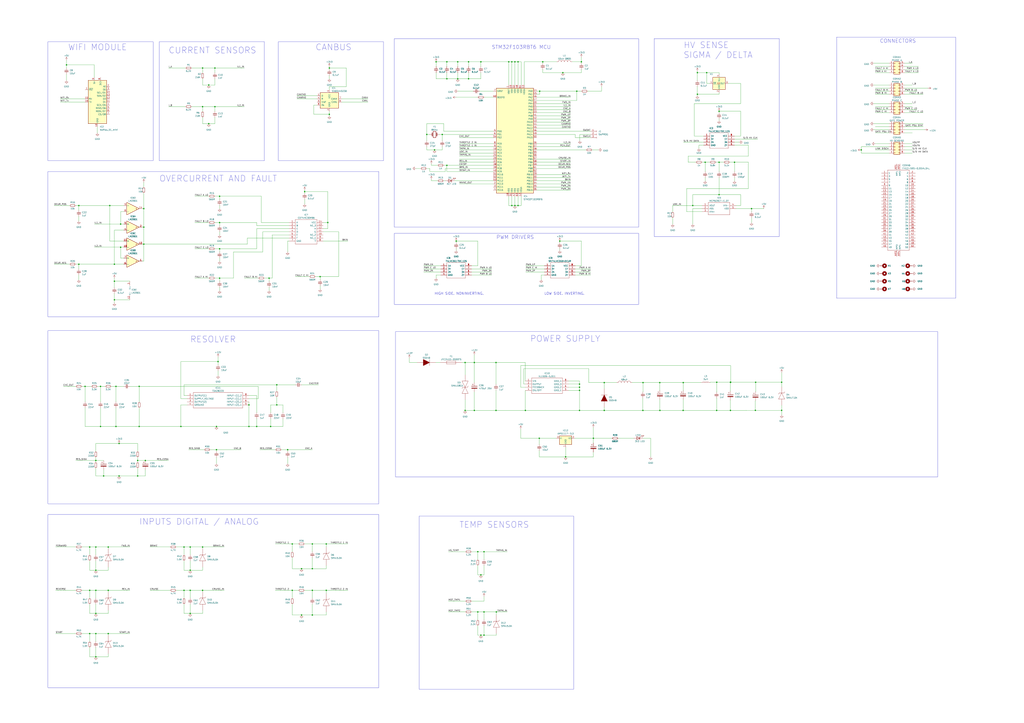
<source format=kicad_sch>
(kicad_sch (version 20250114) (generator "eeschema") (generator_version "9.0")
  (paper "A1")
  (title_block (title "iPACE FRONT DRIVE UNIT") (date "2023-06-21") (rev "1"))
  (rectangle (start 228.6 34.29) (end 314.96 132.08))
  (rectangle (start 537.21 31.75) (end 640.08 194.31))
  (rectangle (start 39.37 271.78) (end 311.15 414.02))
  (rectangle (start 687.07 30.48) (end 784.86 245.11))
  (rectangle (start 39.37 34.29) (end 125.73 132.08))
  (rectangle (start 39.37 422.91) (end 311.15 565.15))
  (rectangle (start 130.81 34.29) (end 217.17 132.08))
  (rectangle (start 324.8142 272.5369) (end 770.1487 391.9169))
  (rectangle (start 39.37 140.97) (end 311.15 260.35))
  (rectangle (start 344.17 424.18) (end 471.17 566.42))
  (rectangle (start 323.85 191.77) (end 524.51 250.19))
  (rectangle (start 323.85 31.75) (end 524.51 186.69))
  (text "WIFI MODULE" (at 55.88 41.91 0) (effects (font (size 5 5)) (justify left bottom)))
  (text "PWM DRIVERS" (at 407.67 196.85 0) (effects (font (size 3 3)) (justify left bottom)))
  (text "POWER SUPPLY" (at 435.3042 281.4269 0) (effects (font (size 5 5)) (justify left bottom)))
  (text "CONNECTORS" (at 722.63 35.56 0) (effects (font (size 3 3)) (justify left bottom)))
  (text "CURRENT SENSORS" (at 138.43 44.45 0) (effects (font (size 5 5)) (justify left bottom)))
  (text "RESOLVER" (at 156.21 281.94 0) (effects (font (size 5 5)) (justify left bottom)))
  (text "OVERCURRENT AND FAULT" (at 130.81 149.86 0) (effects (font (size 5 5)) (justify left bottom)))
  (text "STM32F103RBT6 MCU" (at 403.86 40.64 0) (effects (font (size 3 3)) (justify left bottom)))
  (text "HIGH SIDE. NONINVERTING." (at 356.87 242.57 0) (effects (font (size 2 2)) (justify left bottom)))
  (text "LOW SIDE. INVERTING." (at 447.04 242.57 0) (effects (font (size 2 2)) (justify left bottom)))
  (text "HV SENSE\nSIGMA / DELTA" (at 561.34 48.26 0) (effects (font (size 5 5)) (justify left bottom)))
  (text "INPUTS DIGITAL / ANALOG" (at 114.3 431.8 0) (effects (font (size 5 5)) (justify left bottom)))
  (text "CANBUS" (at 259.08 41.91 0) (effects (font (size 5 5)) (justify left bottom)))
  (text "TEMP SENSORS" (at 377.19 434.34 0) (effects (font (size 5 5)) (justify left bottom)))
  (junction (at 641.9391 314.1469))
  (junction (at 496.2642 314.4469))
  (junction (at 227.33 332.74))
  (junction (at 88.9 520.7))
  (junction (at 267.97 485.14))
  (junction (at 394.97 521.97))
  (junction (at 156.21 485.14))
  (junction (at 113.03 391.16))
  (junction (at 561.0342 337.3069))
  (junction (at 381.9642 337.3069))
  (junction (at 220.98 228.6))
  (junction (at 528.0142 337.3069))
  (junction (at 473.71 74.93))
  (junction (at 420.37 50.8))
  (junction (at 445.77 50.8))
  (junction (at 588.6416 314.1469))
  (junction (at 389.5842 337.3069))
  (junction (at 166.37 55.88))
  (junction (at 397.51 502.92))
  (junction (at 156.21 449.58))
  (junction (at 270.51 55.88))
  (junction (at 180.34 182.88))
  (junction (at 475.9442 318.2569))
  (junction (at 561.1298 314.4469))
  (junction (at 78.74 378.46))
  (junction (at 462.28 59.69))
  (junction (at 210.82 350.52))
  (junction (at 422.91 50.8))
  (junction (at 85.09 391.16))
  (junction (at 180.34 204.47))
  (junction (at 114.3 350.52))
  (junction (at 394.97 50.8))
  (junction (at 588.5683 337.3069))
  (junction (at 617.22 171.45))
  (junction (at 367.03 64.77))
  (junction (at 64.77 217.17))
  (junction (at 69.85 317.5))
  (junction (at 431.4942 337.3069))
  (junction (at 180.34 161.29))
  (junction (at 90.17 168.91))
  (junction (at 496.2642 337.3069))
  (junction (at 93.98 217.17))
  (junction (at 420.37 168.91))
  (junction (at 375.92 64.77))
  (junction (at 270.51 93.98))
  (junction (at 95.25 317.5))
  (junction (at 568.96 168.91))
  (junction (at 118.11 200.66))
  (junction (at 620.5732 314.1469))
  (junction (at 99.06 203.2))
  (junction (at 603.25 133.35))
  (junction (at 118.11 186.69))
  (junction (at 240.03 485.14))
  (junction (at 417.83 50.8))
  (junction (at 599.9107 314.1469))
  (junction (at 384.81 64.77))
  (junction (at 82.55 317.5))
  (junction (at 475.9442 337.3069))
  (junction (at 407.3642 337.3069))
  (junction (at 78.74 468.63))
  (junction (at 487.3742 360.1669))
  (junction (at 119.38 378.46))
  (junction (at 572.77 77.47))
  (junction (at 397.51 453.39))
  (junction (at 256.54 447.04))
  (junction (at 78.74 520.7))
  (junction (at 367.03 135.89))
  (junction (at 528.0983 314.4469))
  (junction (at 620.3974 337.2278))
  (junction (at 93.98 246.38))
  (junction (at 156.21 468.63))
  (junction (at 171.45 101.6))
  (junction (at 114.3 317.5))
  (junction (at 443.23 74.93))
  (junction (at 166.37 485.14))
  (junction (at 580.39 59.69))
  (junction (at 97.79 364.49))
  (junction (at 247.65 505.46))
  (junction (at 176.53 55.88))
  (junction (at 425.45 168.91))
  (junction (at 392.43 453.39))
  (junction (at 425.45 50.8))
  (junction (at 381.9642 297.9369))
  (junction (at 407.67 502.92))
  (junction (at 177.8 369.57))
  (junction (at 590.55 91.44))
  (junction (at 459.74 198.12))
  (junction (at 222.25 350.52))
  (junction (at 88.9 449.58))
  (junction (at 384.81 50.8))
  (junction (at 256.54 505.46))
  (junction (at 397.51 521.97))
  (junction (at 73.66 520.7))
  (junction (at 180.34 228.6))
  (junction (at 262.89 227.33))
  (junction (at 256.54 467.36))
  (junction (at 572.77 59.69))
  (junction (at 250.19 157.48))
  (junction (at 392.43 502.92))
  (junction (at 236.22 369.57))
  (junction (at 363.22 110.49))
  (junction (at 707.39 123.19))
  (junction (at 97.79 391.16))
  (junction (at 78.74 504.19))
  (junction (at 240.03 447.04))
  (junction (at 367.03 50.8))
  (junction (at 375.92 50.8))
  (junction (at 177.8 350.52))
  (junction (at 54.61 53.34))
  (junction (at 358.14 50.8))
  (junction (at 394.97 472.44))
  (junction (at 113.03 378.46))
  (junction (at 179.07 297.18))
  (junction (at 464.5142 375.4069))
  (junction (at 73.66 485.14))
  (junction (at 171.45 69.85))
  (junction (at 590.55 160.02))
  (junction (at 78.74 539.75))
  (junction (at 156.21 504.19))
  (junction (at 78.74 449.58))
  (junction (at 73.66 449.58))
  (junction (at 256.54 485.14))
  (junction (at 374.65 198.12))
  (junction (at 356.87 123.19))
  (junction (at 88.9 485.14))
  (junction (at 204.47 332.74))
  (junction (at 269.24 182.88))
  (junction (at 95.25 350.52))
  (junction (at 407.3642 297.9369))
  (junction (at 541.9842 337.3069))
  (junction (at 477.52 50.8))
  (junction (at 442.9242 360.1669))
  (junction (at 204.47 350.52))
  (junction (at 422.91 168.91))
  (junction (at 99.06 184.15))
  (junction (at 579.12 133.35))
  (junction (at 247.65 467.36))
  (junction (at 641.9391 337.2278))
  (junction (at 151.13 449.58))
  (junction (at 600.0177 314.1469))
  (junction (at 118.11 171.45))
  (junction (at 82.55 350.52))
  (junction (at 227.33 316.23))
  (junction (at 64.77 168.91))
  (junction (at 541.8791 314.4469))
  (junction (at 350.52 110.49))
  (junction (at 389.5842 297.9369))
  (junction (at 475.9442 320.7969))
  (junction (at 148.59 350.52))
  (junction (at 166.37 87.63))
  (junction (at 93.98 231.14))
  (junction (at 166.37 449.58))
  (junction (at 151.13 485.14))
  (junction (at 599.9107 337.3069))
  (junction (at 267.97 447.04))
  (junction (at 590.55 133.35))
  (junction (at 78.74 485.14))
  (junction (at 176.53 87.63))
  (junction (at 475.9442 315.7169))
  (wire (pts (xy 440.69 74.93) (xy 443.23 74.93)))
  (wire (pts (xy 354.33 135.89) (xy 359.41 135.89)))
  (wire (pts (xy 119.38 378.46) (xy 138.43 378.46)))
  (wire (pts (xy 590.55 133.35) (xy 590.55 140.97)))
  (wire (pts (xy 368.3 502.92) (xy 382.27 502.92)))
  (wire (pts (xy 603.25 133.35) (xy 614.68 133.35)))
  (wire (pts (xy 431.4942 315.7169) (xy 430.2242 315.7169)))
  (wire (pts (xy 44.45 168.91) (xy 57.15 168.91)))
  (wire (pts (xy 93.98 189.23) (xy 93.98 217.17)))
  (wire (pts (xy 113.03 378.46) (xy 119.38 378.46)))
  (wire (pts (xy 377.19 118.11) (xy 405.13 118.11)))
  (wire (pts (xy 78.74 449.58) (xy 88.9 449.58)))
  (wire (pts (xy 397.51 80.01) (xy 405.13 80.01)))
  (wire (pts (xy 166.37 87.63) (xy 176.53 87.63)))
  (wire (pts (xy 151.13 485.14) (xy 156.21 485.14)))
  (wire (pts (xy 642.027 337.2278) (xy 642.027 340.946)))
  (wire (pts (xy 364.49 107.95) (xy 405.13 107.95)))
  (wire (pts (xy 67.31 449.58) (xy 73.66 449.58)))
  (wire (pts (xy 718.82 123.19) (xy 730.25 123.19)))
  (wire (pts (xy 90.17 168.91) (xy 101.6 168.91)))
  (wire (pts (xy 590.55 59.69) (xy 580.39 59.69)))
  (wire (pts (xy 588.6416 314.1469) (xy 588.6416 322.1105)))
  (wire (pts (xy 113.03 364.49) (xy 97.79 364.49)))
  (wire (pts (xy 620.3974 337.2278) (xy 641.9391 337.2278)))
  (wire (pts (xy 64.77 168.91) (xy 64.77 172.72)))
  (wire (pts (xy 608.33 91.44) (xy 590.55 91.44)))
  (wire (pts (xy 350.52 123.19) (xy 356.87 123.19)))
  (wire (pts (xy 407.67 502.92) (xy 407.67 505.46)))
  (wire (pts (xy 475.9442 320.7969) (xy 475.9442 337.3069)))
  (wire (pts (xy 394.97 50.8) (xy 384.81 50.8)))
  (wire (pts (xy 608.33 68.58) (xy 608.33 85.09)))
  (wire (pts (xy 78.74 532.13) (xy 78.74 539.75)))
  (wire (pts (xy 392.43 464.82) (xy 392.43 472.44)))
  (wire (pts (xy 336.2442 297.9369) (xy 336.2442 294.1269)))
  (wire (pts (xy 204.47 332.74) (xy 204.47 350.52)))
  (wire (pts (xy 440.69 146.05) (xy 468.63 146.05)))
  (wire (pts (xy 157.48 87.63) (xy 166.37 87.63)))
  (wire (pts (xy 483.5642 303.0169) (xy 483.5642 314.4469)))
  (wire (pts (xy 440.69 138.43) (xy 468.63 138.43)))
  (wire (pts (xy 95.25 317.5) (xy 95.25 330.2)))
  (wire (pts (xy 392.43 514.35) (xy 392.43 521.97)))
  (wire (pts (xy 78.74 485.14) (xy 88.9 485.14)))
  (wire (pts (xy 232.41 350.52) (xy 222.25 350.52)))
  (wire (pts (xy 166.37 449.58) (xy 166.37 450.85)))
  (wire (pts (xy 191.77 228.6) (xy 191.77 207.01)))
  (wire (pts (xy 473.71 82.55) (xy 473.71 74.93)))
  (wire (pts (xy 358.14 59.69) (xy 358.14 64.77)))
  (wire (pts (xy 236.22 198.12) (xy 236.22 207.01)))
  (wire (pts (xy 270.51 55.88) (xy 270.51 57.15)))
  (wire (pts (xy 114.3 317.5) (xy 212.09 317.5)))
  (wire (pts (xy 561.1298 314.4469) (xy 575.723 314.4469)))
  (wire (pts (xy 204.47 330.2) (xy 204.47 332.74)))
  (wire (pts (xy 588.5683 327.1905) (xy 588.4951 327.1905)))
  (wire (pts (xy 204.47 327.66) (xy 212.09 327.66)))
  (wire (pts (xy 486.41 123.19) (xy 491.49 123.19)))
  (wire (pts (xy 440.69 123.19) (xy 481.33 123.19)))
  (wire (pts (xy 389.5842 322.0669) (xy 389.5842 337.3069)))
  (wire (pts (xy 599.9107 337.3069) (xy 588.5683 337.3069)))
  (wire (pts (xy 267.97 485.14) (xy 267.97 487.68)))
  (wire (pts (xy 603.25 111.76) (xy 608.33 111.76)))
  (wire (pts (xy 568.96 160.02) (xy 568.96 168.91)))
  (wire (pts (xy 88.9 520.7) (xy 88.9 521.97)))
  (wire (pts (xy 397.51 502.92) (xy 407.67 502.92)))
  (wire (pts (xy 358.14 64.77) (xy 367.03 64.77)))
  (wire (pts (xy 588.6416 322.1105) (xy 588.4951 322.1105)))
  (wire (pts (xy 394.97 64.77) (xy 384.81 64.77)))
  (wire (pts (xy 270.51 62.23) (xy 270.51 64.77)))
  (wire (pts (xy 220.98 228.6) (xy 223.52 228.6)))
  (wire (pts (xy 464.5142 367.7869) (xy 464.5142 375.4069)))
  (wire (pts (xy 119.38 391.16) (xy 113.03 391.16)))
  (wire (pts (xy 240.03 467.36) (xy 247.65 467.36)))
  (wire (pts (xy 375.92 59.69) (xy 375.92 64.77)))
  (wire (pts (xy 496.2642 314.4469) (xy 496.2642 319.5269)))
  (wire (pts (xy 620.5732 314.1469) (xy 641.9391 314.1469)))
  (wire (pts (xy 176.53 64.77) (xy 176.53 69.85)))
  (wire (pts (xy 166.37 69.85) (xy 171.45 69.85)))
  (wire (pts (xy 392.43 218.44) (xy 392.43 198.12)))
  (wire (pts (xy 166.37 87.63) (xy 166.37 91.44)))
  (wire (pts (xy 407.3642 297.9369) (xy 431.4942 297.9369)))
  (wire (pts (xy 384.81 64.77) (xy 375.92 64.77)))
  (wire (pts (xy 442.9242 375.4069) (xy 464.5142 375.4069)))
  (wire (pts (xy 707.39 125.73) (xy 707.39 123.19)))
  (wire (pts (xy 617.22 179.07) (xy 617.22 182.88)))
  (wire (pts (xy 440.69 143.51) (xy 468.63 143.51)))
  (wire (pts (xy 561.1298 314.4469) (xy 561.1298 320.7969)))
  (wire (pts (xy 93.98 241.3) (xy 93.98 246.38)))
  (wire (pts (xy 422.91 161.29) (xy 422.91 168.91)))
  (wire (pts (xy 262.89 234.95) (xy 262.89 237.49)))
  (wire (pts (xy 445.77 50.8) (xy 457.2 50.8)))
  (wire (pts (xy 475.9442 315.7169) (xy 475.9442 318.2569)))
  (wire (pts (xy 222.25 344.17) (xy 222.25 350.52)))
  (wire (pts (xy 582.93 68.58) (xy 580.39 68.58)))
  (wire (pts (xy 267.97 485.14) (xy 285.75 485.14)))
  (wire (pts (xy 440.69 92.71) (xy 468.63 92.71)))
  (wire (pts (xy 613.0545 337.3069) (xy 599.9107 337.3069)))
  (wire (pts (xy 116.84 186.69) (xy 118.11 186.69)))
  (wire (pts (xy 153.67 325.12) (xy 151.13 325.12)))
  (wire (pts (xy 364.49 101.6) (xy 350.52 101.6)))
  (wire (pts (xy 270.51 73.66) (xy 270.51 71.12)))
  (wire (pts (xy 387.35 223.52) (xy 403.86 223.52)))
  (wire (pts (xy 231.14 369.57) (xy 236.22 369.57)))
  (wire (pts (xy 210.82 344.17) (xy 210.82 350.52)))
  (wire (pts (xy 267.97 447.04) (xy 285.75 447.04)))
  (wire (pts (xy 256.54 458.47) (xy 256.54 467.36)))
  (wire (pts (xy 496.2642 314.4469) (xy 506.4242 314.4469)))
  (wire (pts (xy 360.68 110.49) (xy 363.22 110.49)))
  (wire (pts (xy 243.84 78.74) (xy 260.35 78.74)))
  (wire (pts (xy 477.52 198.12) (xy 459.74 198.12)))
  (wire (pts (xy 364.49 107.95) (xy 364.49 101.6)))
  (wire (pts (xy 467.0542 315.7169) (xy 475.9442 315.7169)))
  (wire (pts (xy 377.19 113.03) (xy 405.13 113.03)))
  (wire (pts (xy 73.66 468.63) (xy 78.74 468.63)))
  (wire (pts (xy 82.55 350.52) (xy 95.25 350.52)))
  (wire (pts (xy 191.77 207.01) (xy 215.9 207.01)))
  (wire (pts (xy 148.59 332.74) (xy 148.59 350.52)))
  (wire (pts (xy 519.1242 314.4469) (xy 528.0983 314.4469)))
  (wire (pts (xy 67.31 520.7) (xy 73.66 520.7)))
  (wire (pts (xy 157.48 55.88) (xy 166.37 55.88)))
  (wire (pts (xy 600.0177 314.1469) (xy 620.5732 314.1469)))
  (wire (pts (xy 179.07 304.8) (xy 179.07 308.61)))
  (wire (pts (xy 176.53 204.47) (xy 180.34 204.47)))
  (wire (pts (xy 431.8 220.98) (xy 447.04 220.98)))
  (wire (pts (xy 598.17 68.58) (xy 608.33 68.58)))
  (wire (pts (xy 101.6 173.99) (xy 99.06 173.99)))
  (wire (pts (xy 347.98 220.98) (xy 361.95 220.98)))
  (wire (pts (xy 247.65 316.23) (xy 261.62 316.23)))
  (wire (pts (xy 570.23 111.76) (xy 577.85 111.76)))
  (wire (pts (xy 552.45 168.91) (xy 568.96 168.91)))
  (wire (pts (xy 563.88 154.94) (xy 563.88 173.99)))
  (wire (pts (xy 101.6 198.12) (xy 90.17 198.12)))
  (wire (pts (xy 430.53 69.85) (xy 430.53 50.8)))
  (wire (pts (xy 73.66 485.14) (xy 73.66 491.49)))
  (wire (pts (xy 78.74 520.7) (xy 88.9 520.7)))
  (wire (pts (xy 477.52 52.07) (xy 477.52 50.8)))
  (wire (pts (xy 377.19 151.13) (xy 405.13 151.13)))
  (wire (pts (xy 73.66 485.14) (xy 78.74 485.14)))
  (wire (pts (xy 718.82 74.93) (xy 730.25 74.93)))
  (wire (pts (xy 85.09 386.08) (xy 85.09 391.16)))
  (wire (pts (xy 742.95 77.47) (xy 758.19 77.47)))
  (wire (pts (xy 742.95 72.39) (xy 762 72.39)))
  (wire (pts (xy 407.3642 297.9369) (xy 407.3642 315.7169)))
  (wire (pts (xy 485.14 110.49) (xy 476.25 110.49)))
  (wire (pts (xy 397.51 521.97) (xy 407.67 521.97)))
  (wire (pts (xy 176.53 87.63) (xy 176.53 91.44)))
  (wire (pts (xy 717.55 101.6) (xy 730.25 101.6)))
  (wire (pts (xy 570.23 85.09) (xy 570.23 111.76)))
  (wire (pts (xy 365.76 140.97) (xy 353.06 140.97)))
  (wire (pts (xy 284.48 55.88) (xy 270.51 55.88)))
  (wire (pts (xy 475.9442 337.3069) (xy 431.4942 337.3069)))
  (wire (pts (xy 91.44 317.5) (xy 95.25 317.5)))
  (wire (pts (xy 240.03 505.46) (xy 247.65 505.46)))
  (wire (pts (xy 394.97 59.69) (xy 394.97 64.77)))
  (wire (pts (xy 85.09 391.16) (xy 97.79 391.16)))
  (wire (pts (xy 101.6 212.09) (xy 99.06 212.09)))
  (wire (pts (xy 52.07 317.5) (xy 62.23 317.5)))
  (wire (pts (xy 166.37 501.65) (xy 166.37 504.19)))
  (wire (pts (xy 389.5842 291.5869) (xy 389.5842 297.9369)))
  (wire (pts (xy 397.51 521.97) (xy 394.97 521.97)))
  (wire (pts (xy 620.3974 329.369) (xy 620.4853 329.369)))
  (wire (pts (xy 444.5 226.06) (xy 444.5 229.87)))
  (wire (pts (xy 472.44 220.98) (xy 485.14 220.98)))
  (wire (pts (xy 718.82 90.17) (xy 730.25 90.17)))
  (wire (pts (xy 440.69 120.65) (xy 468.63 120.65)))
  (wire (pts (xy 64.77 177.8) (xy 64.77 181.61)))
  (wire (pts (xy 472.44 223.52) (xy 485.14 223.52)))
  (wire (pts (xy 78.74 539.75) (xy 88.9 539.75)))
  (wire (pts (xy 78.74 449.58) (xy 78.74 455.93)))
  (wire (pts (xy 603.25 116.84) (xy 607.06 116.84)))
  (wire (pts (xy 397.51 464.82) (xy 397.51 472.44)))
  (wire (pts (xy 375.92 50.8) (xy 367.03 50.8)))
  (wire (pts (xy 240.03 485.14) (xy 240.03 491.49)))
  (wire (pts (xy 49.53 81.28) (xy 69.85 81.28)))
  (wire (pts (xy 223.52 228.6) (xy 223.52 193.04)))
  (wire (pts (xy 528.0142 337.3069) (xy 541.9842 337.3069)))
  (wire (pts (xy 420.37 50.8) (xy 417.83 50.8)))
  (wire (pts (xy 588.6416 314.1469) (xy 599.9107 314.1469)))
  (wire (pts (xy 440.69 100.33) (xy 468.63 100.33)))
  (wire (pts (xy 176.53 182.88) (xy 180.34 182.88)))
  (wire (pts (xy 77.47 203.2) (xy 99.06 203.2)))
  (wire (pts (xy 394.97 50.8) (xy 394.97 54.61)))
  (wire (pts (xy 90.17 198.12) (xy 90.17 168.91)))
  (wire (pts (xy 425.45 50.8) (xy 425.45 69.85)))
  (wire (pts (xy 180.34 161.29) (xy 214.63 161.29)))
  (wire (pts (xy 397.51 453.39) (xy 416.56 453.39)))
  (wire (pts (xy 256.54 447.04) (xy 256.54 453.39)))
  (wire (pts (xy 459.74 198.12) (xy 459.74 199.39)))
  (wire (pts (xy 69.85 317.5) (xy 69.85 330.2)))
  (wire (pts (xy 156.21 496.57) (xy 156.21 504.19)))
  (wire (pts (xy 358.14 50.8) (xy 358.14 54.61)))
  (wire (pts (xy 67.31 485.14) (xy 73.66 485.14)))
  (wire (pts (xy 118.11 171.45) (xy 118.11 186.69)))
  (wire (pts (xy 240.03 496.57) (xy 240.03 505.46)))
  (wire (pts (xy 265.43 187.96) (xy 269.24 187.96)))
  (wire (pts (xy 78.74 485.14) (xy 78.74 491.49)))
  (wire (pts (xy 367.03 140.97) (xy 405.13 140.97)))
  (wire (pts (xy 384.81 59.69) (xy 384.81 64.77)))
  (wire (pts (xy 443.23 77.47) (xy 443.23 74.93)))
  (wire (pts (xy 375.92 74.93) (xy 388.62 74.93)))
  (wire (pts (xy 256.54 505.46) (xy 247.65 505.46)))
  (wire (pts (xy 77.47 53.34) (xy 54.61 53.34)))
  (wire (pts (xy 717.55 52.07) (xy 730.25 52.07)))
  (wire (pts (xy 377.19 125.73) (xy 405.13 125.73)))
  (wire (pts (xy 718.82 77.47) (xy 730.25 77.47)))
  (wire (pts (xy 475.9442 313.1769) (xy 475.9442 315.7169)))
  (wire (pts (xy 440.69 133.35) (xy 468.63 133.35)))
  (wire (pts (xy 267.97 447.04) (xy 267.97 449.58)))
  (wire (pts (xy 427.6842 300.4769) (xy 600.0177 300.4769)))
  (wire (pts (xy 487.3742 371.5969) (xy 487.3742 375.4069)))
  (wire (pts (xy 226.06 447.04) (xy 240.03 447.04)))
  (wire (pts (xy 583.343 314.1469) (xy 583.343 314.4568)))
  (wire (pts (xy 156.21 461.01) (xy 156.21 468.63)))
  (wire (pts (xy 377.19 128.27) (xy 405.13 128.27)))
  (wire (pts (xy 742.95 85.09) (xy 749.3 85.09)))
  (wire (pts (xy 256.54 485.14) (xy 256.54 491.49)))
  (wire (pts (xy 742.95 118.11) (xy 749.3 118.11)))
  (wire (pts (xy 718.82 59.69) (xy 730.25 59.69)))
  (wire (pts (xy 73.66 449.58) (xy 73.66 455.93)))
  (wire (pts (xy 393.7 74.93) (xy 405.13 74.93)))
  (wire (pts (xy 718.82 57.15) (xy 730.25 57.15)))
  (wire (pts (xy 215.9 190.5) (xy 237.49 190.5)))
  (wire (pts (xy 641.9391 314.1469) (xy 641.9391 317.8806)))
  (wire (pts (xy 99.06 184.15) (xy 101.6 184.15)))
  (wire (pts (xy 166.37 55.88) (xy 176.53 55.88)))
  (wire (pts (xy 579.12 146.05) (xy 579.12 148.59)))
  (wire (pts (xy 80.01 317.5) (xy 82.55 317.5)))
  (wire (pts (xy 459.74 204.47) (xy 459.74 205.74)))
  (wire (pts (xy 278.13 190.5) (xy 265.43 190.5)))
  (wire (pts (xy 118.11 200.66) (xy 118.11 214.63)))
  (wire (pts (xy 180.34 204.47) (xy 210.82 204.47)))
  (wire (pts (xy 160.02 204.47) (xy 171.45 204.47)))
  (wire (pts (xy 250.19 485.14) (xy 256.54 485.14)))
  (wire (pts (xy 445.77 52.07) (xy 445.77 50.8)))
  (wire (pts (xy 363.22 110.49) (xy 405.13 110.49)))
  (wire (pts (xy 389.5842 297.9369) (xy 389.5842 314.4469)))
  (wire (pts (xy 222.25 339.09) (xy 222.25 332.74)))
  (wire (pts (xy 599.9107 321.2801) (xy 599.8521 321.2801)))
  (wire (pts (xy 718.82 118.11) (xy 730.25 118.11)))
  (wire (pts (xy 350.52 110.49) (xy 350.52 115.57)))
  (wire (pts (xy 151.13 325.12) (xy 151.13 316.23)))
  (wire (pts (xy 232.41 339.09) (xy 232.41 332.74)))
  (wire (pts (xy 717.55 69.85) (xy 730.25 69.85)))
  (wire (pts (xy 477.52 218.44) (xy 477.52 198.12)))
  (wire (pts (xy 487.3742 360.1669) (xy 487.3742 363.9769)))
  (wire (pts (xy 180.34 161.29) (xy 180.34 163.83)))
  (wire (pts (xy 180.34 212.09) (xy 180.34 214.63)))
  (wire (pts (xy 354.33 148.59) (xy 359.41 148.59)))
  (wire (pts (xy 269.24 182.88) (xy 269.24 157.48)))
  (wire (pts (xy 363.22 110.49) (xy 363.22 115.57)))
  (wire (pts (xy 179.07 293.37) (xy 179.07 297.18)))
  (wire (pts (xy 88.9 485.14) (xy 88.9 486.41)))
  (wire (pts (xy 568.96 168.91) (xy 576.58 168.91)))
  (wire (pts (xy 176.53 96.52) (xy 176.53 101.6)))
  (wire (pts (xy 166.37 96.52) (xy 166.37 101.6)))
  (wire (pts (xy 384.81 50.8) (xy 375.92 50.8)))
  (wire (pts (xy 742.95 123.19) (xy 749.3 123.19)))
  (wire (pts (xy 151.13 468.63) (xy 156.21 468.63)))
  (wire (pts (xy 604.52 168.91) (xy 608.33 168.91)))
  (wire (pts (xy 45.72 520.7) (xy 62.23 520.7)))
  (wire (pts (xy 176.53 55.88) (xy 176.53 59.69)))
  (wire (pts (xy 54.61 60.96) (xy 54.61 66.04)))
  (wire (pts (xy 742.95 59.69) (xy 754.38 59.69)))
  (wire (pts (xy 742.95 92.71) (xy 758.19 92.71)))
  (wire (pts (xy 227.33 316.23) (xy 227.33 321.31)))
  (wire (pts (xy 420.37 161.29) (xy 420.37 168.91)))
  (wire (pts (xy 604.52 171.45) (xy 617.22 171.45)))
  (wire (pts (xy 472.44 218.44) (xy 477.52 218.44)))
  (wire (pts (xy 422.91 50.8) (xy 420.37 50.8)))
  (wire (pts (xy 717.55 106.68) (xy 730.25 106.68)))
  (wire (pts (xy 78.74 378.46) (xy 85.09 378.46)))
  (wire (pts (xy 608.33 160.02) (xy 590.55 160.02)))
  (wire (pts (xy 590.55 97.79) (xy 590.55 99.06)))
  (wire (pts (xy 212.09 327.66) (xy 212.09 317.5)))
  (wire (pts (xy 392.43 453.39) (xy 392.43 459.74)))
  (wire (pts (xy 476.25 110.49) (xy 476.25 115.57)))
  (wire (pts (xy 397.51 514.35) (xy 397.51 521.97)))
  (wire (pts (xy 742.95 109.22) (xy 749.3 109.22)))
  (wire (pts (xy 265.43 182.88) (xy 269.24 182.88)))
  (wire (pts (xy 210.82 204.47) (xy 210.82 187.96)))
  (wire (pts (xy 64.77 217.17) (xy 64.77 220.98)))
  (wire (pts (xy 118.11 186.69) (xy 118.11 200.66)))
  (wire (pts (xy 718.82 87.63) (xy 730.25 87.63)))
  (wire (pts (xy 440.69 80.01) (xy 468.63 80.01)))
  (wire (pts (xy 262.89 227.33) (xy 278.13 227.33)))
  (wire (pts (xy 69.85 350.52) (xy 82.55 350.52)))
  (wire (pts (xy 280.67 81.28) (xy 302.26 81.28)))
  (wire (pts (xy 73.66 539.75) (xy 78.74 539.75)))
  (wire (pts (xy 588.5683 337.3069) (xy 561.0342 337.3069)))
  (wire (pts (xy 242.57 227.33) (xy 254 227.33)))
  (wire (pts (xy 180.34 190.5) (xy 180.34 193.04)))
  (wire (pts (xy 353.06 140.97) (xy 353.06 138.43)))
  (wire (pts (xy 718.82 109.22) (xy 730.25 109.22)))
  (wire (pts (xy 220.98 228.6) (xy 220.98 231.14)))
  (wire (pts (xy 482.6 74.93) (xy 494.03 74.93)))
  (wire (pts (xy 742.95 101.6) (xy 758.19 101.6)))
  (wire (pts (xy 347.98 218.44) (xy 361.95 218.44)))
  (wire (pts (xy 641.9391 333.1206) (xy 641.9391 337.2278)))
  (wire (pts (xy 160.02 161.29) (xy 171.45 161.29)))
  (wire (pts (xy 392.43 502.92) (xy 392.43 509.27)))
  (wire (pts (xy 210.82 187.96) (xy 237.49 187.96)))
  (wire (pts (xy 350.52 101.6) (xy 350.52 110.49)))
  (wire (pts (xy 440.69 118.11) (xy 468.63 118.11)))
  (wire (pts (xy 88.9 485.14) (xy 106.68 485.14)))
  (wire (pts (xy 368.3 494.03) (xy 382.27 494.03)))
  (wire (pts (xy 213.36 369.57) (xy 226.06 369.57)))
  (wire (pts (xy 487.3742 375.4069) (xy 464.5142 375.4069)))
  (wire (pts (xy 180.34 182.88) (xy 210.82 182.88)))
  (wire (pts (xy 257.81 86.36) (xy 257.81 93.98)))
  (wire (pts (xy 588.5683 337.3069) (xy 588.5683 327.1905)))
  (wire (pts (xy 203.2 200.66) (xy 118.11 200.66)))
  (wire (pts (xy 575.723 314.4469) (xy 575.723 314.4568)))
  (wire (pts (xy 541.9842 328.4169) (xy 541.9842 337.3069)))
  (wire (pts (xy 420.37 50.8) (xy 420.37 69.85)))
  (wire (pts (xy 367.03 50.8) (xy 367.03 54.61)))
  (wire (pts (xy 472.44 113.03) (xy 472.44 110.49)))
  (wire (pts (xy 88.9 501.65) (xy 88.9 504.19)))
  (wire (pts (xy 93.98 228.6) (xy 93.98 231.14)))
  (wire (pts (xy 373.38 148.59) (xy 405.13 148.59)))
  (wire (pts (xy 381.9642 297.9369) (xy 381.9642 308.0969)))
  (wire (pts (xy 440.69 82.55) (xy 473.71 82.55)))
  (wire (pts (xy 427.99 161.29) (xy 427.99 168.91)))
  (wire (pts (xy 49.53 83.82) (xy 69.85 83.82)))
  (wire (pts (xy 364.49 135.89) (xy 367.03 135.89)))
  (wire (pts (xy 203.2 195.58) (xy 203.2 200.66)))
  (wire (pts (xy 54.61 49.53) (xy 54.61 53.34)))
  (wire (pts (xy 237.49 198.12) (xy 236.22 198.12)))
  (wire (pts (xy 496.2642 337.3069) (xy 528.0142 337.3069)))
  (wire (pts (xy 431.4942 318.2569) (xy 427.6842 318.2569)))
  (wire (pts (xy 156.21 504.19) (xy 166.37 504.19)))
  (wire (pts (xy 440.69 151.13) (xy 468.63 151.13)))
  (wire (pts (xy 427.99 69.85) (xy 427.99 50.8)))
  (wire (pts (xy 475.9442 337.3069) (xy 496.2642 337.3069)))
  (wire (pts (xy 236.22 369.57) (xy 256.54 369.57)))
  (wire (pts (xy 267.97 505.46) (xy 256.54 505.46)))
  (wire (pts (xy 487.3742 360.1669) (xy 502.6142 360.1669)))
  (wire (pts (xy 156.21 449.58) (xy 166.37 449.58)))
  (wire (pts (xy 270.51 71.12) (xy 284.48 71.12)))
  (wire (pts (xy 99.06 173.99) (xy 99.06 184.15)))
  (wire (pts (xy 742.95 74.93) (xy 753.11 74.93)))
  (wire (pts (xy 114.3 335.28) (xy 114.3 350.52)))
  (wire (pts (xy 82.55 317.5) (xy 82.55 330.2)))
  (wire (pts (xy 210.82 182.88) (xy 210.82 185.42)))
  (wire (pts (xy 417.83 50.8) (xy 394.97 50.8)))
  (wire (pts (xy 718.82 54.61) (xy 730.25 54.61)))
  (wire (pts (xy 64.77 217.17) (xy 93.98 217.17)))
  (wire (pts (xy 267.97 464.82) (xy 267.97 467.36)))
  (wire (pts (xy 93.98 231.14) (xy 106.68 231.14)))
  (wire (pts (xy 226.06 485.14) (xy 240.03 485.14)))
  (wire (pts (xy 73.66 449.58) (xy 78.74 449.58)))
  (wire (pts (xy 341.63 138.43) (xy 345.44 138.43)))
  (wire (pts (xy 214.63 182.88) (xy 237.49 182.88)))
  (wire (pts (xy 528.0983 314.4469) (xy 528.0983 322.0669)))
  (wire (pts (xy 166.37 449.58) (xy 184.15 449.58)))
  (wire (pts (xy 123.19 449.58) (xy 139.7 449.58)))
  (wire (pts (xy 45.72 485.14) (xy 62.23 485.14)))
  (wire (pts (xy 364.49 148.59) (xy 365.76 148.59)))
  (wire (pts (xy 469.9 50.8) (xy 477.52 50.8)))
  (wire (pts (xy 717.55 85.09) (xy 730.25 85.09)))
  (wire (pts (xy 180.34 182.88) (xy 180.34 185.42)))
  (wire (pts (xy 250.19 163.83) (xy 250.19 167.64)))
  (wire (pts (xy 278.13 227.33) (xy 278.13 190.5)))
  (wire (pts (xy 250.19 157.48) (xy 250.19 158.75)))
  (wire (pts (xy 374.65 80.01) (xy 392.43 80.01)))
  (wire (pts (xy 580.39 59.69) (xy 572.77 59.69)))
  (wire (pts (xy 144.78 449.58) (xy 151.13 449.58)))
  (wire (pts (xy 641.9391 306.2154) (xy 641.9391 314.1469)))
  (wire (pts (xy 227.33 326.39) (xy 227.33 332.74)))
  (wire (pts (xy 614.68 128.27) (xy 565.15 128.27)))
  (wire (pts (xy 180.34 228.6) (xy 180.34 231.14)))
  (wire (pts (xy 69.85 317.5) (xy 74.93 317.5)))
  (wire (pts (xy 73.66 520.7) (xy 78.74 520.7)))
  (wire (pts (xy 608.33 168.91) (xy 608.33 160.02)))
  (wire (pts (xy 572.77 71.12) (xy 572.77 77.47)))
  (wire (pts (xy 166.37 101.6) (xy 171.45 101.6)))
  (wire (pts (xy 77.47 63.5) (xy 77.47 53.34)))
  (wire (pts (xy 113.03 384.81) (xy 113.03 391.16)))
  (wire (pts (xy 73.66 532.13) (xy 73.66 539.75)))
  (wire (pts (xy 718.82 72.39) (xy 730.25 72.39)))
  (wire (pts (xy 138.43 87.63) (xy 152.4 87.63)))
  (wire (pts (xy 200.66 228.6) (xy 212.09 228.6)))
  (wire (pts (xy 176.53 161.29) (xy 180.34 161.29)))
  (wire (pts (xy 95.25 317.5) (xy 101.6 317.5)))
  (wire (pts (xy 176.53 101.6) (xy 171.45 101.6)))
  (wire (pts (xy 77.47 184.15) (xy 99.06 184.15)))
  (wire (pts (xy 93.98 231.14) (xy 93.98 236.22)))
  (wire (pts (xy 180.34 204.47) (xy 180.34 207.01)))
  (wire (pts (xy 387.35 502.92) (xy 392.43 502.92)))
  (wire (pts (xy 44.45 217.17) (xy 57.15 217.17)))
  (wire (pts (xy 78.74 378.46) (xy 78.74 379.73)))
  (wire (pts (xy 114.3 350.52) (xy 148.59 350.52)))
  (wire (pts (xy 78.74 504.19) (xy 88.9 504.19)))
  (wire (pts (xy 572.77 59.69) (xy 572.77 66.04)))
  (wire (pts (xy 574.04 119.38) (xy 574.04 121.92)))
  (wire (pts (xy 62.23 168.91) (xy 64.77 168.91)))
  (wire (pts (xy 576.58 133.35) (xy 579.12 133.35)))
  (wire (pts (xy 614.68 119.38) (xy 614.68 128.27)))
  (wire (pts (xy 177.8 375.92) (xy 177.8 381)))
  (wire (pts (xy 431.8 223.52) (xy 447.04 223.52)))
  (wire (pts (xy 718.82 104.14) (xy 730.25 104.14)))
  (wire (pts (xy 377.19 130.81) (xy 405.13 130.81)))
  (wire (pts (xy 576.58 171.45) (xy 568.96 171.45)))
  (wire (pts (xy 365.76 138.43) (xy 365.76 140.97)))
  (wire (pts (xy 599.9107 314.1469) (xy 600.0177 314.1469)))
  (wire (pts (xy 561.0342 328.4169) (xy 561.0342 337.3069)))
  (wire (pts (xy 138.43 55.88) (xy 152.4 55.88)))
  (wire (pts (xy 561.1298 320.7969) (xy 561.0342 320.7969)))
  (wire (pts (xy 387.35 453.39) (xy 392.43 453.39)))
  (wire (pts (xy 214.63 161.29) (xy 214.63 182.88)))
  (wire (pts (xy 477.52 57.15) (xy 477.52 59.69)))
  (wire (pts (xy 82.55 317.5) (xy 86.36 317.5)))
  (wire (pts (xy 78.74 468.63) (xy 88.9 468.63)))
  (wire (pts (xy 599.44 133.35) (xy 603.25 133.35)))
  (wire (pts (xy 223.52 193.04) (xy 237.49 193.04)))
  (wire (pts (xy 742.95 90.17) (xy 753.11 90.17)))
  (wire (pts (xy 368.3 453.39) (xy 382.27 453.39)))
  (wire (pts (xy 148.59 327.66) (xy 148.59 297.18)))
  (wire (pts (xy 442.9242 370.3269) (xy 442.9242 375.4069)))
  (wire (pts (xy 80.01 104.14) (xy 80.01 109.22)))
  (wire (pts (xy 608.33 85.09) (xy 570.23 85.09)))
  (wire (pts (xy 151.13 316.23) (xy 227.33 316.23)))
  (wire (pts (xy 580.39 68.58) (xy 580.39 59.69)))
  (wire (pts (xy 153.67 332.74) (xy 148.59 332.74)))
  (wire (pts (xy 177.8 369.57) (xy 177.8 370.84)))
  (wire (pts (xy 151.13 449.58) (xy 156.21 449.58)))
  (wire (pts (xy 95.25 335.28) (xy 95.25 350.52)))
  (wire (pts (xy 440.69 130.81) (xy 468.63 130.81)))
  (wire (pts (xy 472.1342 360.1669) (xy 487.3742 360.1669)))
  (wire (pts (xy 389.5842 337.3069) (xy 381.9642 337.3069)))
  (wire (pts (xy 430.2242 315.7169) (xy 430.2242 303.0169)))
  (wire (pts (xy 78.74 391.16) (xy 85.09 391.16)))
  (wire (pts (xy 379.4242 297.9369) (xy 381.9642 297.9369)))
  (wire (pts (xy 166.37 466.09) (xy 166.37 468.63)))
  (wire (pts (xy 528.0983 314.4469) (xy 541.8791 314.4469)))
  (wire (pts (xy 440.69 105.41) (xy 468.63 105.41)))
  (wire (pts (xy 472.44 226.06) (xy 485.14 226.06)))
  (wire (pts (xy 614.68 154.94) (xy 563.88 154.94)))
  (wire (pts (xy 363.22 120.65) (xy 363.22 123.19)))
  (wire (pts (xy 590.55 146.05) (xy 590.55 160.02)))
  (wire (pts (xy 367.03 59.69) (xy 367.03 64.77)))
  (wire (pts (xy 397.51 472.44) (xy 394.97 472.44)))
  (wire (pts (xy 367.03 135.89) (xy 405.13 135.89)))
  (wire (pts (xy 572.77 58.42) (xy 572.77 59.69)))
  (wire (pts (xy 431.4942 320.7969) (xy 431.4942 337.3069)))
  (wire (pts (xy 603.25 146.05) (xy 603.25 148.59)))
  (wire (pts (xy 232.41 344.17) (xy 232.41 350.52)))
  (wire (pts (xy 707.39 123.19) (xy 707.39 120.65)))
  (wire (pts (xy 440.69 87.63) (xy 468.63 87.63)))
  (wire (pts (xy 160.02 182.88) (xy 171.45 182.88)))
  (wire (pts (xy 440.69 148.59) (xy 468.63 148.59)))
  (wire (pts (xy 256.54 447.04) (xy 267.97 447.04)))
  (wire (pts (xy 599.9107 337.3069) (xy 599.9107 328.9001)))
  (wire (pts (xy 69.85 335.28) (xy 69.85 350.52)))
  (wire (pts (xy 707.39 120.65) (xy 730.25 120.65)))
  (wire (pts (xy 425.45 161.29) (xy 425.45 168.91)))
  (wire (pts (xy 590.55 160.02) (xy 568.96 160.02)))
  (wire (pts (xy 392.43 198.12) (xy 374.65 198.12)))
  (wire (pts (xy 123.19 485.14) (xy 139.7 485.14)))
  (wire (pts (xy 250.19 156.21) (xy 250.19 157.48)))
  (wire (pts (xy 384.81 50.8) (xy 384.81 54.61)))
  (wire (pts (xy 620.5732 321.749) (xy 620.4853 321.749)))
  (wire (pts (xy 613.0545 337.2278) (xy 613.0545 337.3069)))
  (wire (pts (xy 541.8791 314.4469) (xy 561.1298 314.4469)))
  (wire (pts (xy 166.37 55.88) (xy 166.37 59.69)))
  (wire (pts (xy 600.0177 300.4769) (xy 600.0177 314.1469)))
  (wire (pts (xy 387.35 218.44) (xy 392.43 218.44)))
  (wire (pts (xy 617.22 171.45) (xy 617.22 173.99)))
  (wire (pts (xy 427.99 168.91) (xy 425.45 168.91)))
  (wire (pts (xy 613.0545 337.2278) (xy 620.3974 337.2278)))
  (wire (pts (xy 270.51 93.98) (xy 270.51 95.25)))
  (wire (pts (xy 210.82 325.12) (xy 210.82 339.09)))
  (wire (pts (xy 113.03 375.92) (xy 113.03 378.46)))
  (wire (pts (xy 265.43 198.12) (xy 285.75 198.12)))
  (wire (pts (xy 73.66 504.19) (xy 78.74 504.19)))
  (wire (pts (xy 445.77 57.15) (xy 445.77 59.69)))
  (wire (pts (xy 565.15 133.35) (xy 571.5 133.35)))
  (wire (pts (xy 475.9442 318.2569) (xy 475.9442 320.7969)))
  (wire (pts (xy 590.55 76.2) (xy 590.55 77.47)))
  (wire (pts (xy 427.6842 352.5469) (xy 427.6842 360.1669)))
  (wire (pts (xy 267.97 502.92) (xy 267.97 505.46)))
  (wire (pts (xy 541.8791 320.7969) (xy 541.9842 320.7969)))
  (wire (pts (xy 572.77 77.47) (xy 590.55 77.47)))
  (wire (pts (xy 603.25 133.35) (xy 603.25 140.97)))
  (wire (pts (xy 99.06 212.09) (xy 99.06 203.2)))
  (wire (pts (xy 392.43 453.39) (xy 397.51 453.39)))
  (wire (pts (xy 204.47 350.52) (xy 177.8 350.52)))
  (wire (pts (xy 367.03 50.8) (xy 358.14 50.8)))
  (wire (pts (xy 78.74 384.81) (xy 78.74 391.16)))
  (wire (pts (xy 180.34 228.6) (xy 191.77 228.6)))
  (wire (pts (xy 220.98 236.22) (xy 220.98 238.76)))
  (wire (pts (xy 588.01 133.35) (xy 590.55 133.35)))
  (wire (pts (xy 496.2642 334.7669) (xy 496.2642 337.3069)))
  (wire (pts (xy 88.9 537.21) (xy 88.9 539.75)))
  (wire (pts (xy 485.14 113.03) (xy 472.44 113.03)))
  (wire (pts (xy 377.19 123.19) (xy 405.13 123.19)))
  (wire (pts (xy 572.77 77.47) (xy 572.77 78.74)))
  (wire (pts (xy 180.34 236.22) (xy 180.34 238.76)))
  (wire (pts (xy 375.92 50.8) (xy 375.92 54.61)))
  (wire (pts (xy 78.74 364.49) (xy 97.79 364.49)))
  (wire (pts (xy 528.0983 322.0669) (xy 528.0142 322.0669)))
  (wire (pts (xy 260.35 86.36) (xy 257.81 86.36)))
  (wire (pts (xy 430.2242 303.0169) (xy 483.5642 303.0169)))
  (wire (pts (xy 257.81 93.98) (xy 270.51 93.98)))
  (wire (pts (xy 180.34 168.91) (xy 180.34 171.45)))
  (wire (pts (xy 552.45 179.07) (xy 552.45 184.15)))
  (wire (pts (xy 356.87 123.19) (xy 363.22 123.19)))
  (wire (pts (xy 427.6842 318.2569) (xy 427.6842 300.4769)))
  (wire (pts (xy 473.71 74.93) (xy 477.52 74.93)))
  (wire (pts (xy 425.45 50.8) (xy 422.91 50.8)))
  (wire (pts (xy 563.88 173.99) (xy 576.58 173.99)))
  (wire (pts (xy 440.69 77.47) (xy 443.23 77.47)))
  (wire (pts (xy 176.53 228.6) (xy 180.34 228.6)))
  (wire (pts (xy 742.95 87.63) (xy 749.3 87.63)))
  (wire (pts (xy 620.5732 314.1469) (xy 620.5732 321.749)))
  (wire (pts (xy 269.24 157.48) (xy 250.19 157.48)))
  (wire (pts (xy 151.13 496.57) (xy 151.13 504.19)))
  (wire (pts (xy 156.21 468.63) (xy 166.37 468.63)))
  (wire (pts (xy 541.9842 337.3069) (xy 561.0342 337.3069)))
  (wire (pts (xy 528.0142 327.1469) (xy 528.0142 337.3069)))
  (wire (pts (xy 534.3642 360.1669) (xy 534.3642 375.4069)))
  (wire (pts (xy 494.03 74.93) (xy 494.03 71.12)))
  (wire (pts (xy 88.9 449.58) (xy 106.68 449.58)))
  (wire (pts (xy 422.91 50.8) (xy 422.91 69.85)))
  (wire (pts (xy 603.25 119.38) (xy 614.68 119.38)))
  (wire (pts (xy 507.6942 360.1669) (xy 520.3942 360.1669)))
  (wire (pts (xy 114.3 317.5) (xy 114.3 330.2)))
  (wire (pts (xy 54.61 53.34) (xy 54.61 55.88)))
  (wire (pts (xy 259.08 227.33) (xy 262.89 227.33)))
  (wire (pts (xy 262.89 227.33) (xy 262.89 229.87)))
  (wire (pts (xy 215.9 207.01) (xy 215.9 190.5)))
  (wire (pts (xy 67.31 317.5) (xy 69.85 317.5)))
  (wire (pts (xy 440.69 90.17) (xy 468.63 90.17)))
  (wire (pts (xy 707.39 125.73) (xy 730.25 125.73)))
  (wire (pts (xy 742.95 57.15) (xy 754.38 57.15)))
  (wire (pts (xy 172.72 369.57) (xy 177.8 369.57)))
  (wire (pts (xy 232.41 332.74) (xy 227.33 332.74)))
  (wire (pts (xy 93.98 246.38) (xy 93.98 248.92)))
  (wire (pts (xy 354.33 134.62) (xy 354.33 135.89)))
  (wire (pts (xy 407.3642 337.3069) (xy 389.5842 337.3069)))
  (wire (pts (xy 608.33 111.76) (xy 608.33 91.44)))
  (wire (pts (xy 430.53 50.8) (xy 445.77 50.8)))
  (wire (pts (xy 113.03 364.49) (xy 113.03 370.84)))
  (wire (pts (xy 603.25 114.3) (xy 622.3 114.3)))
  (wire (pts (xy 354.33 147.32) (xy 354.33 148.59)))
  (wire (pts (xy 483.5642 314.4469) (xy 496.2642 314.4469)))
  (wire (pts (xy 389.5842 297.9369) (xy 407.3642 297.9369)))
  (wire (pts (xy 236.22 375.92) (xy 236.22 381)))
  (wire (pts (xy 397.51 453.39) (xy 397.51 459.74)))
  (wire (pts (xy 236.22 369.57) (xy 236.22 370.84)))
  (wire (pts (xy 397.51 490.22) (xy 397.51 494.03)))
  (wire (pts (xy 440.69 135.89) (xy 468.63 135.89)))
  (wire (pts (xy 620.3974 337.2278) (xy 620.3974 329.369)))
  (wire (pts (xy 617.22 171.45) (xy 627.38 171.45)))
  (wire (pts (xy 62.23 378.46) (xy 78.74 378.46)))
  (wire (pts (xy 119.38 386.08) (xy 119.38 391.16)))
  (wire (pts (xy 590.55 60.96) (xy 590.55 59.69)))
  (wire (pts (xy 742.95 69.85) (xy 749.3 69.85)))
  (wire (pts (xy 118.11 214.63) (xy 116.84 214.63)))
  (wire (pts (xy 642.027 337.2278) (xy 641.9391 337.2278)))
  (wire (pts (xy 240.03 447.04) (xy 240.03 453.39)))
  (wire (pts (xy 176.53 87.63) (xy 200.66 87.63)))
  (wire (pts (xy 599.9107 328.9001) (xy 599.8521 328.9001)))
  (wire (pts (xy 353.06 138.43) (xy 350.52 138.43)))
  (wire (pts (xy 347.98 223.52) (xy 361.95 223.52)))
  (wire (pts (xy 577.85 119.38) (xy 574.04 119.38)))
  (wire (pts (xy 166.37 485.14) (xy 184.15 485.14)))
  (wire (pts (xy 579.12 133.35) (xy 579.12 140.97)))
  (wire (pts (xy 427.6842 360.1669) (xy 442.9242 360.1669)))
  (wire (pts (xy 431.8 218.44) (xy 447.04 218.44)))
  (wire (pts (xy 358.14 226.06) (xy 358.14 228.6)))
  (wire (pts (xy 374.65 204.47) (xy 374.65 205.74)))
  (wire (pts (xy 742.95 120.65) (xy 749.3 120.65)))
  (wire (pts (xy 269.24 187.96) (xy 269.24 182.88)))
  (wire (pts (xy 381.9642 328.4169) (xy 381.9642 337.3069)))
  (wire (pts (xy 407.3642 320.7969) (xy 407.3642 337.3069)))
  (wire (pts (xy 467.0542 320.7969) (xy 475.9442 320.7969)))
  (wire (pts (xy 73.66 520.7) (xy 73.66 527.05)))
  (wire (pts (xy 381.9642 297.9369) (xy 389.5842 297.9369)))
  (wire (pts (xy 472.44 110.49) (xy 440.69 110.49)))
  (wire (pts (xy 552.45 173.99) (xy 552.45 168.91)))
  (wire (pts (xy 154.94 369.57) (xy 167.64 369.57)))
  (wire (pts (xy 442.9242 360.1669) (xy 456.8942 360.1669)))
  (wire (pts (xy 350.52 120.65) (xy 350.52 123.19)))
  (wire (pts (xy 240.03 458.47) (xy 240.03 467.36)))
  (wire (pts (xy 101.6 189.23) (xy 93.98 189.23)))
  (wire (pts (xy 179.07 297.18) (xy 179.07 299.72)))
  (wire (pts (xy 156.21 485.14) (xy 166.37 485.14)))
  (wire (pts (xy 95.25 350.52) (xy 114.3 350.52)))
  (wire (pts (xy 99.06 203.2) (xy 101.6 203.2)))
  (wire (pts (xy 156.21 449.58) (xy 156.21 455.93)))
  (wire (pts (xy 240.03 485.14) (xy 245.11 485.14)))
  (wire (pts (xy 166.37 64.77) (xy 166.37 69.85)))
  (wire (pts (xy 442.9242 360.1669) (xy 442.9242 365.2469)))
  (wire (pts (xy 45.72 449.58) (xy 62.23 449.58)))
  (wire (pts (xy 568.96 171.45) (xy 568.96 184.15)))
  (wire (pts (xy 742.95 104.14) (xy 758.19 104.14)))
  (wire (pts (xy 350.52 110.49) (xy 353.06 110.49)))
  (wire (pts (xy 440.69 156.21) (xy 468.63 156.21)))
  (wire (pts (xy 742.95 52.07) (xy 749.3 52.07)))
  (wire (pts (xy 210.82 185.42) (xy 237.49 185.42)))
  (wire (pts (xy 417.83 161.29) (xy 417.83 168.91)))
  (wire (pts (xy 151.13 504.19) (xy 156.21 504.19)))
  (wire (pts (xy 88.9 449.58) (xy 88.9 450.85)))
  (wire (pts (xy 78.74 520.7) (xy 78.74 527.05)))
  (wire (pts (xy 440.69 153.67) (xy 468.63 153.67)))
  (wire (pts (xy 467.0542 313.1769) (xy 475.9442 313.1769)))
  (wire (pts (xy 116.84 171.45) (xy 118.11 171.45)))
  (wire (pts (xy 447.04 226.06) (xy 444.5 226.06)))
  (wire (pts (xy 151.13 485.14) (xy 151.13 491.49)))
  (wire (pts (xy 361.95 226.06) (xy 358.14 226.06)))
  (wire (pts (xy 78.74 496.57) (xy 78.74 504.19)))
  (wire (pts (xy 118.11 158.75) (xy 118.11 171.45)))
  (wire (pts (xy 113.03 391.16) (xy 97.79 391.16)))
  (wire (pts (xy 431.4942 297.9369) (xy 431.4942 313.1769)))
  (wire (pts (xy 440.69 107.95) (xy 485.14 107.95)))
  (wire (pts (xy 420.37 168.91) (xy 422.91 168.91)))
  (wire (pts (xy 280.67 83.82) (xy 302.26 83.82)))
  (wire (pts (xy 210.82 350.52) (xy 204.47 350.52)))
  (wire (pts (xy 357.8342 297.9369) (xy 361.6442 297.9369)))
  (wire (pts (xy 64.77 226.06) (xy 64.77 229.87)))
  (wire (pts (xy 284.48 71.12) (xy 284.48 55.88)))
  (wire (pts (xy 377.19 133.35) (xy 405.13 133.35)))
  (wire (pts (xy 240.03 447.04) (xy 245.11 447.04)))
  (wire (pts (xy 118.11 149.86) (xy 118.11 153.67)))
  (wire (pts (xy 237.49 195.58) (xy 203.2 195.58)))
  (wire (pts (xy 148.59 297.18) (xy 179.07 297.18)))
  (wire (pts (xy 106.68 317.5) (xy 114.3 317.5)))
  (wire (pts (xy 440.69 102.87) (xy 468.63 102.87)))
  (wire (pts (xy 528.0142 360.1669) (xy 534.3642 360.1669)))
  (wire (pts (xy 387.35 226.06) (xy 403.86 226.06)))
  (wire (pts (xy 487.3742 351.2769) (xy 487.3742 360.1669)))
  (wire (pts (xy 204.47 325.12) (xy 210.82 325.12)))
  (wire (pts (xy 177.8 369.57) (xy 198.12 369.57)))
  (wire (pts (xy 116.84 200.66) (xy 118.11 200.66)))
  (wire (pts (xy 742.95 106.68) (xy 759.46 106.68)))
  (wire (pts (xy 153.67 327.66) (xy 148.59 327.66)))
  (wire (pts (xy 590.55 91.44) (xy 590.55 92.71)))
  (wire (pts (xy 541.8791 314.4469) (xy 541.8791 320.7969)))
  (wire (pts (xy 477.52 59.69) (xy 462.28 59.69)))
  (wire (pts (xy 392.43 472.44) (xy 394.97 472.44)))
  (wire (pts (xy 73.66 461.01) (xy 73.66 468.63)))
  (wire (pts (xy 561.34 116.84) (xy 577.85 116.84)))
  (wire (pts (xy 405.13 138.43) (xy 365.76 138.43)))
  (wire (pts (xy 270.51 54.61) (xy 270.51 55.88)))
  (wire (pts (xy 425.45 168.91) (xy 422.91 168.91)))
  (wire (pts (xy 467.0542 318.2569) (xy 475.9442 318.2569)))
  (wire (pts (xy 440.69 85.09) (xy 468.63 85.09)))
  (wire (pts (xy 256.54 467.36) (xy 247.65 467.36)))
  (wire (pts (xy 222.25 350.52) (xy 210.82 350.52)))
  (wire (pts (xy 599.9107 314.1469) (xy 599.9107 321.2801)))
  (wire (pts (xy 588.6416 314.1469) (xy 583.343 314.1469)))
  (wire (pts (xy 387.35 220.98) (xy 403.86 220.98)))
  (wire (pts (xy 742.95 54.61) (xy 754.38 54.61)))
  (wire (pts (xy 565.15 128.27) (xy 565.15 133.35)))
  (wire (pts (xy 250.19 447.04) (xy 256.54 447.04)))
  (wire (pts (xy 64.77 168.91) (xy 90.17 168.91)))
  (wire (pts (xy 176.53 55.88) (xy 200.66 55.88)))
  (wire (pts (xy 579.12 133.35) (xy 582.93 133.35)))
  (wire (pts (xy 88.9 466.09) (xy 88.9 468.63)))
  (wire (pts (xy 144.78 485.14) (xy 151.13 485.14)))
  (wire (pts (xy 614.68 133.35) (xy 614.68 154.94)))
  (wire (pts (xy 243.84 81.28) (xy 260.35 81.28)))
  (wire (pts (xy 82.55 335.28) (xy 82.55 350.52)))
  (wire (pts (xy 440.69 97.79) (xy 468.63 97.79)))
  (wire (pts (xy 176.53 69.85) (xy 171.45 69.85)))
  (wire (pts (xy 217.17 228.6) (xy 220.98 228.6)))
  (wire (pts (xy 73.66 496.57) (xy 73.66 504.19)))
  (wire (pts (xy 166.37 485.14) (xy 166.37 486.41)))
  (wire (pts (xy 160.02 228.6) (xy 171.45 228.6)))
  (wire (pts (xy 367.03 64.77) (xy 375.92 64.77)))
  (wire (pts (xy 431.4942 337.3069) (xy 407.3642 337.3069)))
  (wire (pts (xy 342.5942 297.9369) (xy 336.2442 297.9369)))
  (wire (pts (xy 590.55 133.35) (xy 594.36 133.35)))
  (wire (pts (xy 407.67 502.92) (xy 416.56 502.92)))
  (wire (pts (xy 397.51 494.03) (xy 387.35 494.03)))
  (wire (pts (xy 151.13 461.01) (xy 151.13 468.63)))
  (wire (pts (xy 397.51 502.92) (xy 397.51 509.27)))
  (wire (pts (xy 113.03 378.46) (xy 113.03 379.73)))
  (wire (pts (xy 256.54 496.57) (xy 256.54 505.46)))
  (wire (pts (xy 78.74 375.92) (xy 78.74 378.46)))
  (wire (pts (xy 392.43 521.97) (xy 394.97 521.97)))
  (wire (pts (xy 377.19 120.65) (xy 405.13 120.65)))
  (wire (pts (xy 93.98 246.38) (xy 106.68 246.38)))
  (wire (pts (xy 156.21 485.14) (xy 156.21 491.49)))
  (wire (pts (xy 78.74 370.84) (xy 78.74 364.49)))
  (wire (pts (xy 78.74 461.01) (xy 78.74 468.63)))
  (wire (pts (xy 151.13 449.58) (xy 151.13 455.93)))
  (wire (pts (xy 742.95 125.73) (xy 749.3 125.73)))
  (wire (pts (xy 256.54 485.14) (xy 267.97 485.14)))
  (wire (pts (xy 367.03 140.97) (xy 367.03 135.89)))
  (wire (pts (xy 440.69 95.25) (xy 468.63 95.25)))
  (wire (pts (xy 445.77 59.69) (xy 462.28 59.69)))
  (wire (pts (xy 227.33 316.23) (xy 242.57 316.23)))
  (wire (pts (xy 477.52 46.99) (xy 477.52 50.8)))
  (wire (pts (xy 270.51 91.44) (xy 270.51 93.98)))
  (wire (pts (xy 62.23 217.17) (xy 64.77 217.17)))
  (wire (pts (xy 392.43 502.92) (xy 397.51 502.92)))
  (wire (pts (xy 417.83 50.8) (xy 417.83 69.85)))
  (wire (pts (xy 88.9 520.7) (xy 106.68 520.7)))
  (wire (pts (xy 222.25 332.74) (xy 227.33 332.74)))
  (wire (pts (xy 407.67 520.7) (xy 407.67 521.97)))
  (wire (pts (xy 148.59 350.52) (xy 177.8 350.52)))
  (wire (pts (xy 267.97 467.36) (xy 256.54 467.36)))
  (wire (pts (xy 374.65 198.12) (xy 374.65 199.39)))
  (wire (pts (xy 427.99 50.8) (xy 425.45 50.8)))
  (wire (pts (xy 443.23 74.93) (xy 473.71 74.93)))
  (wire (pts (xy 93.98 217.17) (xy 101.6 217.17)))
  (wire (pts (xy 718.82 92.71) (xy 730.25 92.71)))
  (wire (pts (xy 417.83 168.91) (xy 420.37 168.91)))
  (label "CANTX0" (at 468.63 105.41 180))
  (label "OCUR_POS" (at 44.45 168.91 0))
  (label "EXCITER" (at 261.62 316.23 180))
  (label "UDC_IN" (at 552.45 168.91 0))
  (label "OCUR_NEG" (at 44.45 217.17 0))
  (label "RES_COSB" (at 213.36 369.57 0))
  (label "PWM B LO" (at 753.11 74.93 180))
  (label "RES_SINB" (at 154.94 369.57 0))
  (label "FAULT A LO" (at 754.38 59.69 180))
  (label "PWM A HI" (at 485.14 220.98 180))
  (label "PWM_1P" (at 468.63 95.25 180))
  (label "PWM_3N" (at 468.63 156.21 180))
  (label "IL2_IN" (at 77.47 203.2 0))
  (label "BRAKE_IN" (at 184.15 449.58 180))
  (label "FORWARD" (at 45.72 449.58 0))
  (label "S{slash}D HV CLK" (at 749.3 123.19 0))
  (label "PWM_3N" (at 403.86 223.52 180))
  (label "WIFI_Rx" (at 49.53 81.28 0))
  (label "CANH" (at 302.26 81.28 180))
  (label "OCUR_POS" (at 468.63 138.43 180))
  (label "PCH_OUT" (at 468.63 120.65 180))
  (label "HS_TEMP" (at 368.3 453.39 0))
  (label "PWM C LO" (at 347.98 220.98 0))
  (label "CRUISE" (at 123.19 485.14 0))
  (label "CANRX0" (at 468.63 102.87 180))
  (label "MOT_TMP1" (at 368.3 494.03 0))
  (label "FAULT B LO" (at 758.19 77.47 180))
  (label "BRAKE" (at 123.19 449.58 0))
  (label "EXC_OUT" (at 377.19 113.03 0))
  (label "WIFI_Tx" (at 49.53 83.82 0))
  (label "FWD_IN" (at 468.63 85.09 180))
  (label "FAULT C LO" (at 758.19 92.71 180))
  (label "PWM_2N" (at 468.63 153.67 180))
  (label "LINK DISCH" (at 718.82 123.19 0))
  (label "REVERSE" (at 45.72 485.14 0))
  (label "FAULT B HI" (at 200.66 228.6 0))
  (label "WIFI_Tx" (at 468.63 146.05 180))
  (label "IL2_IN" (at 200.66 87.63 180))
  (label "BRAKE_IN" (at 468.63 80.01 180))
  (label "PWM_2P" (at 468.63 97.79 180))
  (label "PWM B HI" (at 718.82 77.47 0))
  (label "FAULT C HI" (at 242.57 227.33 0))
  (label "START_IN" (at 468.63 133.35 180))
  (label "ENC_A" (at 468.63 90.17 180))
  (label "S{slash}D HV DATA" (at 749.3 125.73 0))
  (label "ESTOP" (at 377.19 135.89 0))
  (label "CANL" (at 302.26 83.82 180))
  (label "PWM B HI" (at 485.14 226.06 180))
  (label "BMS_IN" (at 377.19 138.43 0))
  (label "WIFI_Rx" (at 468.63 143.51 180))
  (label "THROTTLE 2 IN" (at 377.19 118.11 0))
  (label "THROTTLE 1 IN" (at 377.19 120.65 0))
  (label "IL1_IN" (at 200.66 55.88 180))
  (label "PWM C HI" (at 431.8 220.98 0))
  (label "PWM_2N" (at 347.98 223.52 0))
  (label "IL2_IN" (at 468.63 118.11 180))
  (label "BKIN" (at 468.63 148.59 180))
  (label "PWM B LO" (at 403.86 226.06 180))
  (label "S{slash}D HV CLK" (at 622.3 114.3 180))
  (label "THROTTLE 1 IN" (at 285.75 447.04 180))
  (label "ENC_A" (at 256.54 369.57 180))
  (label "EXC_OUT" (at 52.07 317.5 0))
  (label "MOT_TMP2" (at 368.3 502.92 0))
  (label "TMPM_IN" (at 416.56 502.92 180))
  (label "IL1_IN" (at 77.47 184.15 0))
  (label "I_B" (at 749.3 69.85 0))
  (label "FAULT B LO" (at 160.02 182.88 0))
  (label "PWM_1P" (at 431.8 218.44 0))
  (label "GATE PSU EN" (at 718.82 109.22 0))
  (label "MAINC_OUT" (at 377.19 151.13 0))
  (label "CANRX0" (at 243.84 81.28 0))
  (label "PWM_2P" (at 431.8 223.52 0))
  (label "REV_IN" (at 106.68 485.14 180))
  (label "FAULT B HI" (at 718.82 74.93 0))
  (label "PWM_3P" (at 468.63 100.33 180))
  (label "GATE PSU STAT" (at 758.19 104.14 180))
  (label "RES_SINA" (at 62.23 378.46 0))
  (label "FAULT A LO" (at 160.02 161.29 0))
  (label "FWD_IN" (at 106.68 449.58 180))
  (label "I_C" (at 749.3 85.09 0))
  (label "PWM A LO" (at 754.38 57.15 180))
  (label "UDC_IN" (at 377.19 125.73 0))
  (label "PWM_1N" (at 468.63 151.13 180))
  (label "BKIN" (at 285.75 198.12 180))
  (label "S{slash}D HV DATA" (at 561.34 116.84 0))
  (label "THROTTLE 2 IN" (at 285.75 485.14 180))
  (label "TMPM_IN" (at 377.19 123.19 0))
  (label "FAULT A HI" (at 718.82 57.15 0))
  (label "FAULT C HI" (at 718.82 90.17 0))
  (label "PWM_3P" (at 485.14 223.52 180))
  (label "SWCLK" (at 478.79 113.03 0))
  (label "THROTTLE 2" (at 226.06 485.14 0))
  (label "FAULT C LO" (at 160.02 204.47 0))
  (label "THROTTLE 1" (at 226.06 447.04 0))
  (label "CANTX0" (at 243.84 78.74 0))
  (label "TMPHS_IN" (at 377.19 128.27 0))
  (label "I_B" (at 138.43 87.63 0))
  (label "START_IN" (at 106.68 520.7 180))
  (label "VOUTN" (at 749.3 120.65 0))
  (label "REV_IN" (at 377.19 133.35 0))
  (label "PWM C HI" (at 718.82 92.71 0))
  (label "PWM A LO" (at 403.86 220.98 180))
  (label "PWM A HI" (at 718.82 59.69 0))
  (label "SWDAT" (at 478.79 107.95 0))
  (label "CRUISE_IN" (at 184.15 485.14 180))
  (label "I_A" (at 138.43 55.88 0))
  (label "I_A" (at 749.3 52.07 180))
  (label "TMPHS_IN" (at 416.56 453.39 180))
  (label "RES_COSA" (at 138.43 378.46 180))
  (label "ENC_B" (at 468.63 92.71 180))
  (label "CRUISE_IN" (at 468.63 130.81 180))
  (label "PWM_1N" (at 347.98 218.44 0))
  (label "ENC_B" (at 198.12 369.57 180))
  (label "OCUR_NEG" (at 468.63 135.89 180))
  (label "START" (at 45.72 520.7 0))
  (label "FAULT A HI" (at 160.02 228.6 0))
  (label "VOUTP" (at 749.3 118.11 0))
  (label "DESAT_IN" (at 377.19 140.97 0))
  (label "IL1_IN" (at 468.63 87.63 180))
  (label "PWM C LO" (at 753.11 90.17 180))
  (symbol (lib_id "Device:Crystal") (at 356.87 110.49 0) (unit 1)
    (property "Reference" "Y1" (at 356.87 104.14 0))
    (property "Value" "8MHz" (at 356.87 106.68 0))
    (property "Footprint" "Crystal:Crystal_SMD_5032-2Pin_5.0x3.2mm" (effects (hide yes)))
  )
  (symbol (lib_id "Device:C_Small") (at 78.74 458.47 0) (unit 1)
    (property "Reference" "C57" (at 81.28 457.8413 0) (effects (justify left)))
    (property "Value" "1uF" (at 81.28 460.3813 0) (effects (justify left)))
    (property "Footprint" "Capacitor_SMD:C_0805_2012Metric" (effects (hide yes)))
  )
  (symbol (lib_id "Device:C_Small") (at 180.34 187.96 0) (unit 1)
    (property "Reference" "C24" (at 182.88 187.3313 0) (effects (justify left)))
    (property "Value" "10nF" (at 182.88 189.8713 0) (effects (justify left)))
    (property "Footprint" "Capacitor_SMD:C_0805_2012Metric" (effects (hide yes)))
  )
  (symbol (lib_id "Samacsys:JFC2410-0500TS") (at 361.6442 297.9369 0) (unit 1)
    (property "Reference" "F1" (at 370.5342 292.8569 0))
    (property "Value" "JFC2410-0500TS" (at 370.5342 295.3969 0))
    (property "Footprint" "Samacsys:FUSC6126X280N" (effects (hide yes)))
    (property "Datasheet" "https://datasheet.lcsc.com/szlcsc/1809211427_Shenzhen-JDT-Fuse-JFC2410-0500TS_C136377.pdf" (effects (hide yes)))
    (property "Description" "Rated Current 50mA15A" (effects (hide yes)))
    (property "Height" "2.8" (effects (hide yes)))
    (property "Manufacturer_Name" "Shenzhen JDT Fuse" (effects (hide yes)))
    (property "Manufacturer_Part_Number" "JFC2410-0500TS" (effects (hide yes)))
  )
  (symbol (lib_id "Device:C_Small") (at 176.53 62.23 180) (unit 1)
    (property "Reference" "C10" (at 179.07 61.5886 0) (effects (justify right)))
    (property "Value" "1nF" (at 179.07 64.1286 0) (effects (justify right)))
    (property "Footprint" "Capacitor_SMD:C_0805_2012Metric" (effects (hide yes)))
  )
  (symbol (lib_id "Comparator:LM2901") (at 109.22 214.63 0) (unit 2)
    (property "Reference" "IC6" (at 109.22 205.74 0))
    (property "Value" "LM2901" (at 109.22 208.28 0))
    (property "Footprint" "Package_SO:SOIC-14_3.9x8.7mm_P1.27mm" (effects (hide yes)))
    (property "Datasheet" "https://www.st.com/resource/en/datasheet/lm2901.pdf" (effects (hide yes)))
  )
  (symbol (lib_id "Device:C_Polarized") (at 599.8521 325.0901 0) (unit 1)
    (property "Reference" "C42" (at 603.6621 323.5661 0) (effects (justify left)))
    (property "Value" "100uF 6.3V" (at 603.6621 326.1061 0) (effects (justify left)))
    (property "Footprint" "Capacitor_Tantalum_SMD:CP_EIA-3528-15_AVX-H" (effects (hide yes)))
  )
  (symbol (lib_name "INDUCTOR_1") (lib_id "pspice:INDUCTOR") (at 463.55 50.8 0) (unit 1)
    (property "Reference" "L1" (at 463.55 45.72 0))
    (property "Value" "10uH 0805" (at 463.55 48.26 0))
    (property "Footprint" "Inductor_SMD:L_0805_2012Metric" (effects (hide yes)))
  )
  (symbol (lib_id "power:GND") (at 156.21 468.63 0) (unit 1)
    (property "Reference" "#PWR090" (effects (hide yes)))
    (property "Value" "GND" (at 156.21 473.71 0))
  )
  (symbol (lib_id "power:+3V3") (at 270.51 54.61 0) (unit 1)
    (property "Reference" "#PWR05" (effects (hide yes)))
    (property "Value" "+3V3" (at 270.51 50.8 0))
  )
  (symbol (lib_id "Device:R_Small") (at 118.11 156.21 180) (unit 1)
    (property "Reference" "R14" (at 115.57 154.94 0))
    (property "Value" "10k" (at 115.57 157.48 0))
    (property "Footprint" "Resistor_SMD:R_0805_2012Metric" (effects (hide yes)))
  )
  (symbol (lib_id "Device:R_Small") (at 151.13 458.47 0) (unit 1)
    (property "Reference" "R42" (at 147.32 457.2 0))
    (property "Value" "1.5K" (at 147.32 459.74 0))
    (property "Footprint" "Resistor_SMD:R_0805_2012Metric" (effects (hide yes)))
  )
  (symbol (lib_id "Samacsys:SMAJ5.0A") (at 407.67 505.46 270) (unit 1)
    (property "Reference" "D12" (at 411.48 511.937 90) (effects (justify left)))
    (property "Value" "SMAJ5.0A" (at 411.48 514.477 90) (effects (justify left)))
    (property "Footprint" "Samacsys:DIOM5127X229N" (effects (hide yes)))
    (property "Datasheet" "https://www.mouser.fr/datasheet/2/427/smaj50a-1768304.pdf" (effects (hide yes)))
    (property "Description" "ESD Suppressors / TVS Diodes 400W 5.0V 5% Uni" (effects (hide yes)))
    (property "Height" "2.29" (effects (hide yes)))
    (property "Manufacturer_Name" "Vishay" (effects (hide yes)))
    (property "Manufacturer_Part_Number" "SMAJ5.0A" (effects (hide yes)))
    (property "Mouser Part Number" "78-SMAJ5.0A" (effects (hide yes)))
    (property "Mouser Price/Stock" "https://www.mouser.co.uk/ProductDetail/Vishay-General-Semiconductor/SMAJ5.0A?qs=N78E2i60HJ7qnqurdPiP4w%3D%3D" (effects (hide yes)))
  )
  (symbol (lib_id "Device:C_Polarized") (at 487.3742 367.7869 0) (unit 1)
    (property "Reference" "C51" (at 491.1842 366.2629 0) (effects (justify left)))
    (property "Value" "100uF 6.3V" (at 491.1842 368.8029 0) (effects (justify left)))
    (property "Footprint" "Capacitor_Tantalum_SMD:CP_EIA-3528-15_AVX-H" (effects (hide yes)))
  )
  (symbol (lib_id "Mechanical:MountingHole_Pad") (at 746.76 231.14 90) (unit 1) (in_bom no)
    (property "Reference" "H6" (at 742.1847 231.2386 90))
    (property "Value" "MountingHole" (effects (hide yes)))
    (property "Footprint" "damo:MountingHole_8mm_ipace" (effects (hide yes)))
    (property "Description" "Mounting Hole with connection" (effects (hide yes)))
  )
  (symbol (lib_id "power:GND") (at 394.97 521.97 0) (unit 1)
    (property "Reference" "#PWR096" (effects (hide yes)))
    (property "Value" "GND" (at 394.97 527.05 0))
  )
  (symbol (lib_id "Device:C_Small") (at 179.07 302.26 0) (unit 1)
    (property "Reference" "C33" (at 181.61 301.6313 0) (effects (justify left)))
    (property "Value" "10uF" (at 181.61 304.1713 0) (effects (justify left)))
    (property "Footprint" "Capacitor_SMD:C_0805_2012Metric" (effects (hide yes)))
  )
  (symbol (lib_id "power:+5V") (at 627.38 171.45 0) (unit 1)
    (property "Reference" "#PWR044" (effects (hide yes)))
    (property "Value" "+5V" (at 627.38 167.64 0))
  )
  (symbol (lib_id "Device:C_Small") (at 64.77 223.52 0) (unit 1)
    (property "Reference" "C28" (at 67.31 222.8913 0) (effects (justify left)))
    (property "Value" "1uF" (at 67.31 225.4313 0) (effects (justify left)))
    (property "Footprint" "Capacitor_SMD:C_0805_2012Metric" (effects (hide yes)))
  )
  (symbol (lib_id "Device:R_Small") (at 384.81 453.39 270) (unit 1)
    (property "Reference" "R39" (at 384.81 450.85 90))
    (property "Value" "1.2K" (at 384.81 455.93 90))
    (property "Footprint" "Resistor_SMD:R_0805_2012Metric" (effects (hide yes)))
  )
  (symbol (lib_id "Device:C_Small") (at 82.55 332.74 0) (unit 1)
    (property "Reference" "C45" (at 85.09 332.1113 0) (effects (justify left)))
    (property "Value" "22nF" (at 85.09 334.6513 0) (effects (justify left)))
    (property "Footprint" "Capacitor_SMD:C_0805_2012Metric" (effects (hide yes)))
  )
  (symbol (lib_id "Regulator_Linear:AMS1117-3.3") (at 464.5142 360.1669 0) (unit 1)
    (property "Reference" "IC12" (at 464.5142 353.8169 0))
    (property "Value" "AMS1117-3.3" (at 464.5142 356.3569 0))
    (property "Footprint" "Package_TO_SOT_SMD:SOT-223-3_TabPin2" (effects (hide yes)))
    (property "Datasheet" "http://www.advanced-monolithic.com/pdf/ds1117.pdf" (effects (hide yes)))
  )
  (symbol (lib_id "Device:C_Small") (at 603.25 143.51 0) (unit 1)
    (property "Reference" "C19" (at 605.79 142.8813 0) (effects (justify left)))
    (property "Value" "150pF" (at 605.79 145.4213 0) (effects (justify left)))
    (property "Footprint" "Capacitor_SMD:C_0805_2012Metric" (effects (hide yes)))
  )
  (symbol (lib_id "power:+3V3") (at 374.65 198.12 0) (unit 1)
    (property "Reference" "#PWR050" (effects (hide yes)))
    (property "Value" "+3V3" (at 374.65 194.31 0))
  )
  (symbol (lib_id "power:GND") (at 356.87 123.19 0) (unit 1)
    (property "Reference" "#PWR031" (effects (hide yes)))
    (property "Value" "GND" (at 356.87 128.27 0))
  )
  (symbol (lib_id "Device:R_Small") (at 214.63 228.6 270) (unit 1)
    (property "Reference" "R23" (at 214.63 226.06 90))
    (property "Value" "560R" (at 214.63 231.14 90))
    (property "Footprint" "Resistor_SMD:R_0805_2012Metric" (effects (hide yes)))
  )
  (symbol (lib_id "Device:C_Small") (at 358.14 57.15 0) (unit 1)
    (property "Reference" "C3" (at 360.68 56.5213 0) (effects (justify left)))
    (property "Value" "0.1uF" (at 360.68 59.0613 0) (effects (justify left)))
    (property "Footprint" "Capacitor_SMD:C_0805_2012Metric" (effects (hide yes)))
  )
  (symbol (lib_id "Device:C_Small") (at 156.21 458.47 0) (unit 1)
    (property "Reference" "C58" (at 158.75 457.8413 0) (effects (justify left)))
    (property "Value" "1uF" (at 158.75 460.3813 0) (effects (justify left)))
    (property "Footprint" "Capacitor_SMD:C_0805_2012Metric" (effects (hide yes)))
  )
  (symbol (lib_id "Device:R_Small") (at 73.66 494.03 0) (unit 1)
    (property "Reference" "R47" (at 69.85 492.76 0))
    (property "Value" "1.5K" (at 69.85 495.3 0))
    (property "Footprint" "Resistor_SMD:R_0805_2012Metric" (effects (hide yes)))
  )
  (symbol (lib_id "Connector_Generic:Conn_02x04_Top_Bottom") (at 735.33 54.61 0) (unit 1)
    (property "Reference" "CONN1" (at 736.6 46.99 0))
    (property "Value" "PHASE A" (at 736.6 49.53 0))
    (property "Footprint" "Connector_PinHeader_2.54mm:PinHeader_2x04_P2.54mm_Vertical" (effects (hide yes)))
  )
  (symbol (lib_id "MCU_ST_STM32F1:STM32F103RBTx") (at 422.91 115.57 0) (unit 1)
    (property "Reference" "IC4" (at 429.9459 161.29 0) (effects (justify left)))
    (property "Value" "STM32F103RBT6" (at 429.9459 163.83 0) (effects (justify left)))
    (property "Footprint" "Package_QFP:LQFP-64_10x10mm_P0.5mm" (effects (hide yes)))
    (property "Datasheet" "http://www.st.com/st-web-ui/static/active/en/resource/technical/document/datasheet/CD00161566.pdf" (effects (hide yes)))
  )
  (symbol (lib_id "Samacsys:SMAJ5.0A") (at 267.97 449.58 270) (unit 1)
    (property "Reference" "D6" (at 271.78 456.057 90) (effects (justify left)))
    (property "Value" "SMAJ5.0A" (at 271.78 458.597 90) (effects (justify left)))
    (property "Footprint" "Samacsys:DIOM5127X229N" (effects (hide yes)))
    (property "Datasheet" "https://www.mouser.fr/datasheet/2/427/smaj50a-1768304.pdf" (effects (hide yes)))
    (property "Description" "ESD Suppressors / TVS Diodes 400W 5.0V 5% Uni" (effects (hide yes)))
    (property "Height" "2.29" (effects (hide yes)))
    (property "Manufacturer_Name" "Vishay" (effects (hide yes)))
    (property "Manufacturer_Part_Number" "SMAJ5.0A" (effects (hide yes)))
    (property "Mouser Part Number" "78-SMAJ5.0A" (effects (hide yes)))
    (property "Mouser Price/Stock" "https://www.mouser.co.uk/ProductDetail/Vishay-General-Semiconductor/SMAJ5.0A?qs=N78E2i60HJ7qnqurdPiP4w%3D%3D" (effects (hide yes)))
  )
  (symbol (lib_id "power:GND") (at 180.34 193.04 0) (unit 1)
    (property "Reference" "#PWR049" (effects (hide yes)))
    (property "Value" "GND" (at 180.34 198.12 0))
  )
  (symbol (lib_id "Device:L") (at 579.533 314.4568 90) (unit 1)
    (property "Reference" "L3" (at 579.533 309.1131 90))
    (property "Value" "3uH" (at 579.533 311.6531 90))
    (property "Footprint" "Inductor_SMD:L_10.4x10.4_H4.8" (effects (hide yes)))
    (property "Description" "Inductor" (effects (hide yes)))
  )
  (symbol (lib_id "Samacsys:MCP6291T-E_OT") (at 576.58 168.91 0) (unit 1)
    (property "Reference" "IC5" (at 590.55 162.56 0))
    (property "Value" "MCP6291T-E_OT" (at 590.55 165.1 0))
    (property "Footprint" "Samacsys:SOT95P280X145-5N" (effects (hide yes)))
    (property "Datasheet" "https://datasheet.datasheetarchive.com/originals/distributors/SFDatasheet-4/sf-00090098.pdf" (effects (hide yes)))
    (property "Description" "Single 10MHz OpAmp,MCP6291T-E/OT" (effects (hide yes)))
    (property "Height" "1.45" (effects (hide yes)))
    (property "Manufacturer_Name" "Microchip" (effects (hide yes)))
    (property "Manufacturer_Part_Number" "MCP6291T-E/OT" (effects (hide yes)))
    (property "Mouser Part Number" "579-MCP6291T-E/OT" (effects (hide yes)))
    (property "Mouser Price/Stock" "https://www.mouser.co.uk/ProductDetail/Microchip-Technology-Atmel/MCP6291T-E-OT?qs=yUQqVecv4qvm04Gr0DJApQ%3D%3D" (effects (hide yes)))
    (property "Arrow Part Number" "MCP6291T-E/OT" (effects (hide yes)))
    (property "Arrow Price/Stock" "https://www.arrow.com/en/products/mcp6291t-eot/microchip-technology?region=nac" (effects (hide yes)))
  )
  (symbol (lib_id "Device:C_Polarized") (at 620.4853 325.559 0) (unit 1)
    (property "Reference" "C43" (at 624.2953 324.035 0) (effects (justify left)))
    (property "Value" "100uF 6.3V" (at 624.2953 326.575 0) (effects (justify left)))
    (property "Footprint" "Capacitor_Tantalum_SMD:CP_EIA-3528-15_AVX-H" (effects (hide yes)))
  )
  (symbol (lib_id "Samacsys:FH12-50S-0.5SVA_54_") (at 736.6 210.82 90) (unit 1)
    (property "Reference" "CONN6" (at 741.0959 135.89 90) (effects (justify right)))
    (property "Value" "FH12-50S-0.5SVA_54_" (at 741.0959 138.43 90) (effects (justify right)))
    (property "Footprint" "Samacsys:FH1250S05SVA54" (effects (hide yes)))
    (property "Datasheet" "https://componentsearchengine.com/Datasheets/2/FH12-50S-0.5SVA(54).pdf" (effects (hide yes)))
    (property "Description" "FFC & FPC Connectors 0.5MM 50P SMT VERT MNT SELECT GLD" (effects (hide yes)))
    (property "Height" "5.5" (effects (hide yes)))
    (property "Manufacturer_Name" "Hirose" (effects (hide yes)))
    (property "Manufacturer_Part_Number" "FH12-50S-0.5SVA(54)" (effects (hide yes)))
    (property "Mouser Part Number" "798-FH1250S0.5SVA54" (effects (hide yes)))
    (property "Mouser Price/Stock" "https://www.mouser.co.uk/ProductDetail/Hirose-Connector/FH12-50S-05SVA54?qs=Gufeu08L%2Fl3oVzRv0nBrYg%3D%3D" (effects (hide yes)))
  )
  (symbol (lib_id "Device:R_Small") (at 552.45 176.53 180) (unit 1)
    (property "Reference" "R17" (at 549.91 175.26 0))
    (property "Value" "10k" (at 549.91 177.8 0))
    (property "Footprint" "Resistor_SMD:R_0805_2012Metric" (effects (hide yes)))
  )
  (symbol (lib_id "power:GND") (at 552.45 184.15 0) (unit 1)
    (property "Reference" "#PWR047" (effects (hide yes)))
    (property "Value" "GND" (at 552.45 189.23 0))
  )
  (symbol (lib_id "power:GND") (at 180.34 214.63 0) (unit 1)
    (property "Reference" "#PWR055" (effects (hide yes)))
    (property "Value" "GND" (at 180.34 219.71 0))
  )
  (symbol (lib_id "Interface_CAN_LIN:SN65HVD230") (at 270.51 81.28 0) (unit 1)
    (property "Reference" "IC1" (at 272.4659 72.39 0) (effects (justify left)))
    (property "Value" "SN65HVD230" (at 272.4659 74.93 0) (effects (justify left)))
    (property "Footprint" "Package_SO:SOIC-8_3.9x4.9mm_P1.27mm" (effects (hide yes)))
    (property "Datasheet" "http://www.ti.com/lit/ds/symlink/sn65hvd230.pdf" (effects (hide yes)))
  )
  (symbol (lib_id "power:GND") (at 394.97 472.44 0) (unit 1)
    (property "Reference" "#PWR091" (effects (hide yes)))
    (property "Value" "GND" (at 394.97 477.52 0))
  )
  (symbol (lib_id "Device:C_Small") (at 391.16 74.93 90) (unit 1)
    (property "Reference" "C12" (at 391.1663 69.85 90))
    (property "Value" "0.1uF" (at 391.1663 72.39 90))
    (property "Footprint" "Capacitor_SMD:C_0805_2012Metric" (effects (hide yes)))
  )
  (symbol (lib_id "Damo:S3D4.000000B20F30T") (at 590.55 68.58 0) (unit 1)
    (property "Reference" "X1" (at 584.2 60.96 0))
    (property "Value" "S3D4.000000B20F30T" (effects (hide yes)))
    (property "Footprint" "Oscillator:Oscillator_SMD_EuroQuartz_XO32-4Pin_3.2x2.5mm" (effects (hide yes)))
    (property "Datasheet" "S3D4.000000B20F30T" (effects (hide yes)))
  )
  (symbol (lib_id "power:GND") (at 717.55 69.85 270) (unit 1)
    (property "Reference" "#PWR012" (effects (hide yes)))
    (property "Value" "GND" (at 713.74 70.485 90) (effects (justify right)))
  )
  (symbol (lib_id "Device:C_Small") (at 590.55 95.25 0) (unit 1)
    (property "Reference" "C14" (at 593.09 94.6213 0) (effects (justify left)))
    (property "Value" "0.1uF" (at 593.09 97.1613 0) (effects (justify left)))
    (property "Footprint" "Capacitor_SMD:C_0805_2012Metric" (effects (hide yes)))
  )
  (symbol (lib_id "Device:R_Small") (at 114.3 332.74 0) (unit 1)
    (property "Reference" "R28" (at 110.49 331.47 0))
    (property "Value" "10K" (at 110.49 334.01 0))
    (property "Footprint" "Resistor_SMD:R_0805_2012Metric" (effects (hide yes)))
  )
  (symbol (lib_id "Device:R_Small") (at 361.95 135.89 90) (unit 1)
    (property "Reference" "R11" (at 361.95 133.35 90))
    (property "Value" "1K" (at 361.95 138.43 90))
    (property "Footprint" "Resistor_SMD:R_0805_2012Metric" (effects (hide yes)))
  )
  (symbol (lib_id "Device:C_Small") (at 579.12 143.51 0) (unit 1)
    (property "Reference" "C17" (at 581.66 142.8813 0) (effects (justify left)))
    (property "Value" "1N5" (at 581.66 145.4213 0) (effects (justify left)))
    (property "Footprint" "Capacitor_SMD:C_0805_2012Metric" (effects (hide yes)))
  )
  (symbol (lib_id "Device:C_Small") (at 363.22 118.11 180) (unit 1)
    (property "Reference" "C16" (at 365.76 117.4686 0) (effects (justify right)))
    (property "Value" "27pF" (at 365.76 120.0086 0) (effects (justify right)))
    (property "Footprint" "Capacitor_SMD:C_0805_2012Metric" (effects (hide yes)))
  )
  (symbol (lib_id "Device:C_Small") (at 374.65 201.93 0) (unit 1)
    (property "Reference" "C25" (at 377.19 201.3013 0) (effects (justify left)))
    (property "Value" "0.1uF" (at 377.19 203.8413 0) (effects (justify left)))
    (property "Footprint" "Capacitor_SMD:C_0805_2012Metric" (effects (hide yes)))
  )
  (symbol (lib_id "Mechanical:MountingHole_Pad") (at 746.76 224.79 90) (unit 1) (in_bom no)
    (property "Reference" "H4" (at 741.8705 224.91 90))
    (property "Value" "MountingHole" (effects (hide yes)))
    (property "Footprint" "damo:MountingHole_8mm_ipace" (effects (hide yes)))
    (property "Description" "Mounting Hole with connection" (effects (hide yes)))
  )
  (symbol (lib_id "Device:R_Small") (at 392.43 462.28 0) (unit 1)
    (property "Reference" "R43" (at 388.62 461.01 0))
    (property "Value" "2.2K" (at 388.62 463.55 0))
    (property "Footprint" "Resistor_SMD:R_0805_2012Metric" (effects (hide yes)))
  )
  (symbol (lib_id "Device:R_Small") (at 78.74 382.27 0) (unit 1)
    (property "Reference" "R34" (at 74.93 381 0))
    (property "Value" "220R" (at 74.93 383.54 0))
    (property "Footprint" "Resistor_SMD:R_0805_2012Metric" (effects (hide yes)))
  )
  (symbol (lib_id "power:GND") (at 247.65 505.46 0) (unit 1)
    (property "Reference" "#PWR095" (effects (hide yes)))
    (property "Value" "GND" (at 247.65 510.54 0))
  )
  (symbol (lib_id "Device:R_Small") (at 585.47 133.35 90) (unit 1)
    (property "Reference" "R9" (at 585.47 130.81 90))
    (property "Value" "6.8k" (at 585.47 135.89 90))
    (property "Footprint" "Resistor_SMD:R_0805_2012Metric" (effects (hide yes)))
  )
  (symbol (lib_id "power:+12V") (at 389.5842 291.5869 0) (unit 1)
    (property "Reference" "#PWR072" (effects (hide yes)))
    (property "Value" "+12V" (at 389.5842 287.7769 0))
  )
  (symbol (lib_id "power:GND") (at 93.98 248.92 0) (unit 1)
    (property "Reference" "#PWR071" (effects (hide yes)))
    (property "Value" "GND" (at 93.98 254 0))
  )
  (symbol (lib_id "Device:C_Small") (at 78.74 494.03 0) (unit 1)
    (property "Reference" "C60" (at 81.28 493.4013 0) (effects (justify left)))
    (property "Value" "1uF" (at 81.28 495.9413 0) (effects (justify left)))
    (property "Footprint" "Capacitor_SMD:C_0805_2012Metric" (effects (hide yes)))
  )
  (symbol (lib_id "power:GND") (at 180.34 238.76 0) (unit 1)
    (property "Reference" "#PWR069" (effects (hide yes)))
    (property "Value" "GND" (at 180.34 243.84 0))
  )
  (symbol (lib_id "Device:R_Small") (at 113.03 382.27 0) (unit 1)
    (property "Reference" "R35" (at 109.22 381 0))
    (property "Value" "220R" (at 109.22 383.54 0))
    (property "Footprint" "Resistor_SMD:R_0805_2012Metric" (effects (hide yes)))
  )
  (symbol (lib_id "Device:R_Small") (at 392.43 511.81 0) (unit 1)
    (property "Reference" "R52" (at 388.62 510.54 0))
    (property "Value" "2.2K" (at 388.62 513.08 0))
    (property "Footprint" "Resistor_SMD:R_0805_2012Metric" (effects (hide yes)))
  )
  (symbol (lib_id "power:+5V") (at 118.11 149.86 0) (unit 1)
    (property "Reference" "#PWR039" (effects (hide yes)))
    (property "Value" "+5V" (at 118.11 146.05 0))
  )
  (symbol (lib_id "Device:C_Small") (at 95.25 332.74 0) (unit 1)
    (property "Reference" "C46" (at 97.79 332.1113 0) (effects (justify left)))
    (property "Value" "22nF" (at 97.79 334.6513 0) (effects (justify left)))
    (property "Footprint" "Capacitor_SMD:C_0805_2012Metric" (effects (hide yes)))
  )
  (symbol (lib_id "Device:C_Small") (at 210.82 341.63 0) (unit 1)
    (property "Reference" "C47" (at 213.36 341.0013 0) (effects (justify left)))
    (property "Value" "1uF" (at 213.36 343.5413 0) (effects (justify left)))
    (property "Footprint" "Capacitor_SMD:C_0805_2012Metric" (effects (hide yes)))
  )
  (symbol (lib_id "power:GND") (at 534.3642 375.4069 0) (unit 1)
    (property "Reference" "#PWR084" (effects (hide yes)))
    (property "Value" "GND" (at 534.3642 380.4869 0))
  )
  (symbol (lib_id "power:GND") (at 574.04 121.92 0) (unit 1)
    (property "Reference" "#PWR030" (effects (hide yes)))
    (property "Value" "GND" (at 574.04 125.73 0))
  )
  (symbol (lib_id "power:+5V") (at 762 72.39 270) (unit 1)
    (property "Reference" "#PWR014" (effects (hide yes)))
    (property "Value" "+5V" (at 765.81 73.025 90) (effects (justify left)))
  )
  (symbol (lib_id "power:+3V3") (at 358.14 50.8 0) (unit 1)
    (property "Reference" "#PWR03" (effects (hide yes)))
    (property "Value" "+3V3" (at 358.14 46.99 0))
  )
  (symbol (lib_id "Samacsys:SMAJ18CA") (at 381.9642 308.0969 270) (unit 1)
    (property "Reference" "D3" (at 375.6142 314.4469 90) (effects (justify left)))
    (property "Value" "SMAJ18CA" (at 370.5342 316.9869 90) (effects (justify left)))
    (property "Footprint" "Samacsys:DIONM5127X229N" (effects (hide yes)))
    (property "Datasheet" "https://www.bourns.com/docs/Product-Datasheets/SMAJ.pdf" (effects (hide yes)))
    (property "Description" "ESD Suppressors / TVS Diodes 18volts 5uA 13.7 Amps Bi-Dir" (effects (hide yes)))
    (property "Height" "2.29" (effects (hide yes)))
    (property "Manufacturer_Name" "Bourns" (effects (hide yes)))
    (property "Manufacturer_Part_Number" "SMAJ18CA" (effects (hide yes)))
    (property "Mouser Part Number" "652-SMAJ18CA" (effects (hide yes)))
    (property "Mouser Price/Stock" "https://www.mouser.co.uk/ProductDetail/Bourns/SMAJ18CA?qs=A3H9pljuJ8SIx18M2y%2FTiQ%3D%3D" (effects (hide yes)))
    (property "Arrow Part Number" "SMAJ18CA" (effects (hide yes)))
    (property "Arrow Price/Stock" "https://www.arrow.com/en/products/smaj18ca/bourns?region=nac" (effects (hide yes)))
  )
  (symbol (lib_id "Comparator:LM2901") (at 109.22 200.66 0) (unit 3)
    (property "Reference" "IC6" (at 109.22 191.77 0))
    (property "Value" "LM2901" (at 109.22 194.31 0))
    (property "Footprint" "Package_SO:SOIC-14_3.9x8.7mm_P1.27mm" (effects (hide yes)))
    (property "Datasheet" "https://www.st.com/resource/en/datasheet/lm2901.pdf" (effects (hide yes)))
  )
  (symbol (lib_id "power:+3V3") (at 494.03 71.12 0) (unit 1)
    (property "Reference" "#PWR013" (effects (hide yes)))
    (property "Value" "+3V3" (at 494.03 67.31 0))
  )
  (symbol (lib_id "Device:C_Small") (at 177.8 373.38 0) (unit 1)
    (property "Reference" "C52" (at 180.34 372.7513 0) (effects (justify left)))
    (property "Value" "1nF" (at 180.34 375.2913 0) (effects (justify left)))
    (property "Footprint" "Capacitor_SMD:C_0805_2012Metric" (effects (hide yes)))
  )
  (symbol (lib_id "Device:C_Polarized") (at 119.38 382.27 0) (unit 1)
    (property "Reference" "C55" (at 123.19 380.746 0) (effects (justify left)))
    (property "Value" "100uF 6.3V" (at 123.19 383.286 0) (effects (justify left)))
    (property "Footprint" "Capacitor_Tantalum_SMD:CP_EIA-3528-15_AVX-H" (effects (hide yes)))
  )
  (symbol (lib_id "Device:C_Small") (at 397.51 511.81 0) (unit 1)
    (property "Reference" "C63" (at 400.05 511.1813 0) (effects (justify left)))
    (property "Value" "1uF" (at 400.05 513.7213 0) (effects (justify left)))
    (property "Footprint" "Capacitor_SMD:C_0805_2012Metric" (effects (hide yes)))
  )
  (symbol (lib_id "power:+5V") (at 93.98 228.6 0) (unit 1)
    (property "Reference" "#PWR060" (effects (hide yes)))
    (property "Value" "+5V" (at 93.98 224.79 0))
  )
  (symbol (lib_id "power:+3V3") (at 707.39 123.19 90) (unit 1)
    (property "Reference" "#PWR033" (effects (hide yes)))
    (property "Value" "+3V3" (at 703.58 123.825 90) (effects (justify left)))
  )
  (symbol (lib_id "Mechanical:MountingHole_Pad") (at 725.17 218.44 270) (unit 1) (in_bom no)
    (property "Reference" "H1" (at 728.98 218.4399 90) (effects (justify left)))
    (property "Value" "MountingHole" (effects (hide yes)))
    (property "Footprint" "MountingHole:MountingHole_8.4mm_M8_Pad_Via" (effects (hide yes)))
    (property "Description" "Mounting Hole with connection" (effects (hide yes)))
  )
  (symbol (lib_id "power:GND") (at 177.8 350.52 0) (unit 1)
    (property "Reference" "#PWR079" (effects (hide yes)))
    (property "Value" "GND" (at 185.42 355.6 0))
  )
  (symbol (lib_id "power:GND") (at 722.63 237.49 270) (unit 1)
    (property "Reference" "#PWR067" (effects (hide yes)))
    (property "Value" "GND" (at 718.6825 237.4899 90) (effects (justify right)))
  )
  (symbol (lib_id "Device:C_Small") (at 407.3642 318.2569 0) (unit 1)
    (property "Reference" "C37" (at 409.9042 317.6282 0) (effects (justify left)))
    (property "Value" "1uF" (at 409.9042 320.1682 0) (effects (justify left)))
    (property "Footprint" "Capacitor_SMD:C_0805_2012Metric" (effects (hide yes)))
  )
  (symbol (lib_id "Device:R_Small") (at 240.03 455.93 0) (unit 1)
    (property "Reference" "R40" (at 236.22 454.66 0))
    (property "Value" "10K" (at 236.22 457.2 0))
    (property "Footprint" "Resistor_SMD:R_0805_2012Metric" (effects (hide yes)))
  )
  (symbol (lib_id "power:GND") (at 607.06 116.84 90) (unit 1)
    (property "Reference" "#PWR028" (effects (hide yes)))
    (property "Value" "GND" (at 610.87 117.475 90) (effects (justify right)))
  )
  (symbol (lib_id "Device:R_Small") (at 166.37 62.23 180) (unit 1)
    (property "Reference" "R2" (at 163.83 60.96 0))
    (property "Value" "2.6K" (at 162.56 63.5 0))
    (property "Footprint" "Resistor_SMD:R_0805_2012Metric" (effects (hide yes)))
  )
  (symbol (lib_id "Device:R_Small") (at 347.98 138.43 90) (unit 1)
    (property "Reference" "R12" (at 347.98 135.89 90))
    (property "Value" "1K" (at 347.98 140.97 90))
    (property "Footprint" "Resistor_SMD:R_0805_2012Metric" (effects (hide yes)))
  )
  (symbol (lib_id "Device:R_Small") (at 78.74 373.38 0) (unit 1)
    (property "Reference" "R32" (at 74.93 372.11 0))
    (property "Value" "220R" (at 74.93 374.65 0))
    (property "Footprint" "Resistor_SMD:R_0805_2012Metric" (effects (hide yes)))
  )
  (symbol (lib_id "Device:LED") (at 369.57 148.59 180) (unit 1)
    (property "Reference" "D1" (at 369.57 146.05 0))
    (property "Value" "ACT LED" (at 370.84 151.13 0))
    (property "Footprint" "LED_SMD:LED_0805_2012Metric" (effects (hide yes)))
  )
  (symbol (lib_id "Mechanical:MountingHole_Pad") (at 725.17 237.49 270) (unit 1) (in_bom no)
    (property "Reference" "H7" (at 728.98 237.4899 90) (effects (justify left)))
    (property "Value" "MountingHole" (effects (hide yes)))
    (property "Footprint" "damo:MountingHole_8mm_ipace" (effects (hide yes)))
    (property "Description" "Mounting Hole with connection" (effects (hide yes)))
  )
  (symbol (lib_id "power:GND") (at 617.22 182.88 0) (unit 1)
    (property "Reference" "#PWR046" (effects (hide yes)))
    (property "Value" "GND" (at 617.22 187.96 0))
  )
  (symbol (lib_id "power:GND") (at 568.96 184.15 0) (unit 1)
    (property "Reference" "#PWR048" (effects (hide yes)))
    (property "Value" "GND" (at 568.96 189.23 0))
  )
  (symbol (lib_id "power:GND") (at 262.89 237.49 0) (unit 1)
    (property "Reference" "#PWR066" (effects (hide yes)))
    (property "Value" "GND" (at 262.89 242.57 0))
  )
  (symbol (lib_id "Device:C_Small") (at 69.85 332.74 0) (unit 1)
    (property "Reference" "C44" (at 72.39 332.1113 0) (effects (justify left)))
    (property "Value" "22nF" (at 72.39 334.6513 0) (effects (justify left)))
    (property "Footprint" "Capacitor_SMD:C_0805_2012Metric" (effects (hide yes)))
  )
  (symbol (lib_id "Device:C_Small") (at 459.74 201.93 0) (unit 1)
    (property "Reference" "C26" (at 462.28 201.3013 0) (effects (justify left)))
    (property "Value" "0.1uF" (at 462.28 203.8413 0) (effects (justify left)))
    (property "Footprint" "Capacitor_SMD:C_0805_2012Metric" (effects (hide yes)))
  )
  (symbol (lib_id "power:+3V3") (at 590.55 91.44 0) (unit 1)
    (property "Reference" "#PWR019" (effects (hide yes)))
    (property "Value" "+3V3" (at 590.55 87.63 0))
  )
  (symbol (lib_id "Connector:Conn_01x03_Female") (at 490.22 110.49 0) (unit 1)
    (property "Reference" "J1" (at 491.49 107.95 0) (effects (justify left)))
    (property "Value" "SWPROG" (at 491.49 110.49 0) (effects (justify left)))
    (property "Footprint" "Connector_PinHeader_2.54mm:PinHeader_1x03_P2.54mm_Vertical" (effects (hide yes)))
  )
  (symbol (lib_id "Device:C_Small") (at 250.19 161.29 0) (unit 1)
    (property "Reference" "C20" (at 252.73 160.6613 0) (effects (justify left)))
    (property "Value" "0.1uF" (at 252.73 163.2013 0) (effects (justify left)))
    (property "Footprint" "Capacitor_SMD:C_0805_2012Metric" (effects (hide yes)))
  )
  (symbol (lib_id "Samacsys:SMAJ5.0A") (at 166.37 450.85 270) (unit 1)
    (property "Reference" "D8" (at 170.18 457.327 90) (effects (justify left)))
    (property "Value" "SMAJ5.0A" (at 170.18 459.867 90) (effects (justify left)))
    (property "Footprint" "Samacsys:DIOM5127X229N" (effects (hide yes)))
    (property "Datasheet" "https://www.mouser.fr/datasheet/2/427/smaj50a-1768304.pdf" (effects (hide yes)))
    (property "Description" "ESD Suppressors / TVS Diodes 400W 5.0V 5% Uni" (effects (hide yes)))
    (property "Height" "2.29" (effects (hide yes)))
    (property "Manufacturer_Name" "Vishay" (effects (hide yes)))
    (property "Manufacturer_Part_Number" "SMAJ5.0A" (effects (hide yes)))
    (property "Mouser Part Number" "78-SMAJ5.0A" (effects (hide yes)))
    (property "Mouser Price/Stock" "https://www.mouser.co.uk/ProductDetail/Vishay-General-Semiconductor/SMAJ5.0A?qs=N78E2i60HJ7qnqurdPiP4w%3D%3D" (effects (hide yes)))
  )
  (symbol (lib_id "Samacsys:SMAJ7.0A") (at 641.9391 317.8806 270) (unit 1)
    (property "Reference" "D4" (at 645.7491 324.3576 90) (effects (justify left)))
    (property "Value" "SMAJ7.0A" (at 645.7491 326.8976 90) (effects (justify left)))
    (property "Footprint" "Samacsys:DIOM5026X229N" (effects (hide yes)))
    (property "Datasheet" "https://www.littelfuse.com/media?resourcetype=datasheets&itemid=75e32973-b177-4ee3-a0ff-cedaf1abdb93&filename=smaj-datasheet" (effects (hide yes)))
    (property "Description" "ESD Suppressors / TVS Diodes 400W 7V 5% Uni-Directional" (effects (hide yes)))
    (property "Height" "2.29" (effects (hide yes)))
    (property "Manufacturer_Name" "LITTELFUSE" (effects (hide yes)))
    (property "Manufacturer_Part_Number" "SMAJ7.0A" (effects (hide yes)))
    (property "Mouser Part Number" "576-SMAJ7.0A" (effects (hide yes)))
    (property "Mouser Price/Stock" "https://www.mouser.co.uk/ProductDetail/Littelfuse/SMAJ70A?qs=zHiv0nsVGmqwPZkMuKJUUw%3D%3D" (effects (hide yes)))
    (property "Arrow Part Number" "SMAJ7.0A" (effects (hide yes)))
    (property "Arrow Price/Stock" "https://www.arrow.com/en/products/smaj7.0a/littelfuse?region=europe" (effects (hide yes)))
  )
  (symbol (lib_id "Device:C_Small") (at 572.77 68.58 0) (unit 1)
    (property "Reference" "C11" (at 575.31 67.9513 0) (effects (justify left)))
    (property "Value" "0.1uF" (at 575.31 70.4913 0) (effects (justify left)))
    (property "Footprint" "Capacitor_SMD:C_0805_2012Metric" (effects (hide yes)))
  )
  (symbol (lib_id "Device:C_Small") (at 180.34 166.37 0) (unit 1)
    (property "Reference" "C21" (at 182.88 165.7413 0) (effects (justify left)))
    (property "Value" "10nF" (at 182.88 168.2813 0) (effects (justify left)))
    (property "Footprint" "Capacitor_SMD:C_0805_2012Metric" (effects (hide yes)))
  )
  (symbol (lib_id "power:GND") (at 579.12 148.59 0) (unit 1)
    (property "Reference" "#PWR037" (effects (hide yes)))
    (property "Value" "GND" (at 579.12 152.4 0))
  )
  (symbol (lib_id "power:GND") (at 717.55 85.09 270) (unit 1)
    (property "Reference" "#PWR018" (effects (hide yes)))
    (property "Value" "GND" (at 713.74 85.725 90) (effects (justify right)))
  )
  (symbol (lib_id "Samacsys:SN74LVC3G04DCUR") (at 447.04 218.44 0) (unit 1)
    (property "Reference" "IC9" (at 452.12 212.09 0))
    (property "Value" "SN74LVC3G04DCUR" (at 459.74 214.63 0))
    (property "Footprint" "Samacsys:SOP50P310X90-8N" (effects (hide yes)))
    (property "Datasheet" "http://www.ti.com/lit/gpn/sn74lvc3g04" (effects (hide yes)))
    (property "Description" "TRIPLE INVERTER GATE" (effects (hide yes)))
    (property "Height" "0.9" (effects (hide yes)))
    (property "Manufacturer_Name" "Texas Instruments" (effects (hide yes)))
    (property "Manufacturer_Part_Number" "SN74LVC3G04DCUR" (effects (hide yes)))
    (property "Mouser Part Number" "595-SN74LVC3G04DCUR" (effects (hide yes)))
    (property "Mouser Price/Stock" "https://www.mouser.co.uk/ProductDetail/Texas-Instruments/SN74LVC3G04DCUR?qs=vxEfx8VrU7ChLh1GswJlmg%3D%3D" (effects (hide yes)))
    (property "Arrow Part Number" "SN74LVC3G04DCUR" (effects (hide yes)))
    (property "Arrow Price/Stock" "https://www.arrow.com/en/products/sn74lvc3g04dcur/texas-instruments" (effects (hide yes)))
  )
  (symbol (lib_id "Comparator:LM2901") (at 109.22 238.76 0) (unit 5)
    (property "Reference" "IC6" (at 107.95 238.125 0) (effects (justify left)))
    (property "Value" "LM2901" (at 107.95 240.665 0) (effects (justify left)))
    (property "Footprint" "Package_SO:SOIC-14_3.9x8.7mm_P1.27mm" (effects (hide yes)))
    (property "Datasheet" "https://www.st.com/resource/en/datasheet/lm2901.pdf" (effects (hide yes)))
  )
  (symbol (lib_id "power:GND") (at 476.25 115.57 0) (unit 1)
    (property "Reference" "#PWR027" (effects (hide yes)))
    (property "Value" "GND" (at 476.25 120.65 0))
  )
  (symbol (lib_id "Device:C_Small") (at 220.98 233.68 0) (unit 1)
    (property "Reference" "C31" (at 223.52 233.0513 0) (effects (justify left)))
    (property "Value" "10nF" (at 223.52 235.5913 0) (effects (justify left)))
    (property "Footprint" "Capacitor_SMD:C_0805_2012Metric" (effects (hide yes)))
  )
  (symbol (lib_id "Mechanical:MountingHole_Pad") (at 725.17 231.14 270) (unit 1) (in_bom no)
    (property "Reference" "H5" (at 728.98 231.1399 90) (effects (justify left)))
    (property "Value" "MountingHole" (effects (hide yes)))
    (property "Footprint" "damo:MountingHole_8mm_ipace" (effects (hide yes)))
    (property "Description" "Mounting Hole with connection" (effects (hide yes)))
  )
  (symbol (lib_id "Connector_Generic:Conn_02x04_Top_Bottom") (at 735.33 72.39 0) (unit 1)
    (property "Reference" "CONN2" (at 736.6 64.77 0))
    (property "Value" "PHASE B" (at 736.6 67.31 0))
    (property "Footprint" "Connector_PinHeader_2.54mm:PinHeader_2x04_P2.54mm_Vertical" (effects (hide yes)))
  )
  (symbol (lib_id "power:+3V3") (at 459.74 198.12 0) (unit 1)
    (property "Reference" "#PWR051" (effects (hide yes)))
    (property "Value" "+3V3" (at 459.74 194.31 0))
  )
  (symbol (lib_id "Device:C_Small") (at 156.21 494.03 0) (unit 1)
    (property "Reference" "C61" (at 158.75 493.4013 0) (effects (justify left)))
    (property "Value" "1uF" (at 158.75 495.9413 0) (effects (justify left)))
    (property "Footprint" "Capacitor_SMD:C_0805_2012Metric" (effects (hide yes)))
  )
  (symbol (lib_id "power:GND") (at 171.45 101.6 0) (unit 1)
    (property "Reference" "#PWR022" (effects (hide yes)))
    (property "Value" "GND" (at 171.45 106.68 0))
  )
  (symbol (lib_id "Device:C_Small") (at 256.54 494.03 0) (unit 1)
    (property "Reference" "C62" (at 259.08 493.4013 0) (effects (justify left)))
    (property "Value" "1uF" (at 259.08 495.9413 0) (effects (justify left)))
    (property "Footprint" "Capacitor_SMD:C_0805_2012Metric" (effects (hide yes)))
  )
  (symbol (lib_id "power:+12V") (at 759.46 106.68 270) (unit 1)
    (property "Reference" "#PWR025" (effects (hide yes)))
    (property "Value" "+12V" (at 763.27 107.315 90) (effects (justify left)))
  )
  (symbol (lib_id "Device:C_Small") (at 104.14 317.5 90) (unit 1)
    (property "Reference" "C35" (at 104.1463 312.42 90))
    (property "Value" "22nF" (at 104.1463 314.96 90))
    (property "Footprint" "Capacitor_SMD:C_0805_2012Metric" (effects (hide yes)))
  )
  (symbol (lib_id "power:GND") (at 749.3 231.14 90) (unit 1)
    (property "Reference" "#PWR065" (effects (hide yes)))
    (property "Value" "GND" (at 753.5013 231.1399 90) (effects (justify right)))
  )
  (symbol (lib_id "power:GND") (at 717.55 52.07 270) (unit 1)
    (property "Reference" "#PWR04" (effects (hide yes)))
    (property "Value" "GND" (at 713.74 52.705 90) (effects (justify right)))
  )
  (symbol (lib_id "Device:R_Small") (at 173.99 228.6 270) (unit 1)
    (property "Reference" "R22" (at 173.99 226.06 90))
    (property "Value" "560R" (at 173.99 231.14 90))
    (property "Footprint" "Resistor_SMD:R_0805_2012Metric" (effects (hide yes)))
  )
  (symbol (lib_id "power:GND") (at 718.82 118.11 270) (unit 1)
    (property "Reference" "#PWR029" (effects (hide yes)))
    (property "Value" "GND" (at 715.01 118.745 90) (effects (justify right)))
  )
  (symbol (lib_id "power:GND") (at 603.25 148.59 0) (unit 1)
    (property "Reference" "#PWR038" (effects (hide yes)))
    (property "Value" "GND" (at 603.25 152.4 0))
  )
  (symbol (lib_id "Samacsys:SMAJ5.0A") (at 88.9 486.41 270) (unit 1)
    (property "Reference" "D9" (at 92.71 492.887 90) (effects (justify left)))
    (property "Value" "SMAJ5.0A" (at 92.71 495.427 90) (effects (justify left)))
    (property "Footprint" "Samacsys:DIOM5127X229N" (effects (hide yes)))
    (property "Datasheet" "https://www.mouser.fr/datasheet/2/427/smaj50a-1768304.pdf" (effects (hide yes)))
    (property "Description" "ESD Suppressors / TVS Diodes 400W 5.0V 5% Uni" (effects (hide yes)))
    (property "Height" "2.29" (effects (hide yes)))
    (property "Manufacturer_Name" "Vishay" (effects (hide yes)))
    (property "Manufacturer_Part_Number" "SMAJ5.0A" (effects (hide yes)))
    (property "Mouser Part Number" "78-SMAJ5.0A" (effects (hide yes)))
    (property "Mouser Price/Stock" "https://www.mouser.co.uk/ProductDetail/Vishay-General-Semiconductor/SMAJ5.0A?qs=N78E2i60HJ7qnqurdPiP4w%3D%3D" (effects (hide yes)))
  )
  (symbol (lib_id "power:GND") (at 717.55 106.68 270) (unit 1)
    (property "Reference" "#PWR024" (effects (hide yes)))
    (property "Value" "GND" (at 713.74 107.315 90) (effects (justify right)))
  )
  (symbol (lib_id "power:GND") (at 444.5 229.87 0) (unit 1)
    (property "Reference" "#PWR063" (effects (hide yes)))
    (property "Value" "GND" (at 444.5 234.95 0))
  )
  (symbol (lib_id "Device:C_Small") (at 270.51 59.69 0) (unit 1)
    (property "Reference" "C9" (at 273.05 59.0613 0) (effects (justify left)))
    (property "Value" "0.1uF" (at 273.05 61.6013 0) (effects (justify left)))
    (property "Footprint" "Capacitor_SMD:C_0805_2012Metric" (effects (hide yes)))
  )
  (symbol (lib_id "power:GND") (at 177.8 381 0) (unit 1)
    (property "Reference" "#PWR085" (effects (hide yes)))
    (property "Value" "GND" (at 177.8 386.08 0))
  )
  (symbol (lib_id "Device:LED") (at 524.2042 360.1669 180) (unit 1)
    (property "Reference" "LED1" (at 524.2042 357.6269 0))
    (property "Value" "3V3 LED" (at 525.4742 362.7069 0))
    (property "Footprint" "LED_SMD:LED_0805_2012Metric" (effects (hide yes)))
  )
  (symbol (lib_id "power:GND") (at 236.22 381 0) (unit 1)
    (property "Reference" "#PWR086" (effects (hide yes)))
    (property "Value" "GND" (at 236.22 386.08 0))
  )
  (symbol (lib_id "power:+12P") (at 336.2442 294.1269 0) (unit 1)
    (property "Reference" "#PWR074" (effects (hide yes)))
    (property "Value" "+12P" (at 336.2442 290.3169 0))
  )
  (symbol (lib_id "Device:R_Small") (at 88.9 317.5 270) (unit 1)
    (property "Reference" "R26" (at 88.9 314.96 90))
    (property "Value" "3.3K" (at 88.9 320.04 90))
    (property "Footprint" "Resistor_SMD:R_0805_2012Metric" (effects (hide yes)))
  )
  (symbol (lib_id "power:GND") (at 422.91 168.91 0) (unit 1)
    (property "Reference" "#PWR042" (effects (hide yes)))
    (property "Value" "GND" (at 422.91 173.99 0))
  )
  (symbol (lib_id "Device:R_Small") (at 227.33 323.85 0) (unit 1)
    (property "Reference" "R27" (at 223.52 322.58 0))
    (property "Value" "10R" (at 223.52 325.12 0))
    (property "Footprint" "Resistor_SMD:R_0805_2012Metric" (effects (hide yes)))
  )
  (symbol (lib_id "power:GND") (at 459.74 205.74 0) (unit 1)
    (property "Reference" "#PWR053" (effects (hide yes)))
    (property "Value" "GND" (at 459.74 210.82 0))
  )
  (symbol (lib_id "Device:R_Small") (at 228.6 369.57 270) (unit 1)
    (property "Reference" "R31" (at 228.6 367.03 90))
    (property "Value" "10k" (at 228.6 372.11 90))
    (property "Footprint" "Resistor_SMD:R_0805_2012Metric" (effects (hide yes)))
  )
  (symbol (lib_id "Device:R_Small") (at 596.9 133.35 90) (unit 1)
    (property "Reference" "R10" (at 596.9 130.81 90))
    (property "Value" "5.1k" (at 596.9 135.89 90))
    (property "Footprint" "Resistor_SMD:R_0805_2012Metric" (effects (hide yes)))
  )
  (symbol (lib_id "Device:R_Small") (at 151.13 494.03 0) (unit 1)
    (property "Reference" "R48" (at 147.32 492.76 0))
    (property "Value" "1.5K" (at 147.32 495.3 0))
    (property "Footprint" "Resistor_SMD:R_0805_2012Metric" (effects (hide yes)))
  )
  (symbol (lib_id "Device:R_Small") (at 394.97 80.01 90) (unit 1)
    (property "Reference" "R4" (at 394.97 77.47 90))
    (property "Value" "10K" (at 394.97 82.55 90))
    (property "Footprint" "Resistor_SMD:R_0805_2012Metric" (effects (hide yes)))
  )
  (symbol (lib_id "Device:C_Small") (at 477.52 54.61 0) (unit 1)
    (property "Reference" "C2" (at 480.06 53.9813 0) (effects (justify left)))
    (property "Value" "1uF" (at 480.06 56.5213 0) (effects (justify left)))
    (property "Footprint" "Capacitor_SMD:C_0805_2012Metric" (effects (hide yes)))
  )
  (symbol (lib_id "power:GND") (at 381.9642 337.3069 0) (unit 1)
    (property "Reference" "#PWR077" (effects (hide yes)))
    (property "Value" "GND" (at 381.9642 342.3869 0))
  )
  (symbol (lib_id "Samacsys:SMAJ5.0A") (at 267.97 487.68 270) (unit 1)
    (property "Reference" "D11" (at 271.78 494.157 90) (effects (justify left)))
    (property "Value" "SMAJ5.0A" (at 271.78 496.697 90) (effects (justify left)))
    (property "Footprint" "Samacsys:DIOM5127X229N" (effects (hide yes)))
    (property "Datasheet" "https://www.mouser.fr/datasheet/2/427/smaj50a-1768304.pdf" (effects (hide yes)))
    (property "Description" "ESD Suppressors / TVS Diodes 400W 5.0V 5% Uni" (effects (hide yes)))
    (property "Height" "2.29" (effects (hide yes)))
    (property "Manufacturer_Name" "Vishay" (effects (hide yes)))
    (property "Manufacturer_Part_Number" "SMAJ5.0A" (effects (hide yes)))
    (property "Mouser Part Number" "78-SMAJ5.0A" (effects (hide yes)))
    (property "Mouser Price/Stock" "https://www.mouser.co.uk/ProductDetail/Vishay-General-Semiconductor/SMAJ5.0A?qs=N78E2i60HJ7qnqurdPiP4w%3D%3D" (effects (hide yes)))
  )
  (symbol (lib_id "Device:C_Small") (at 64.77 175.26 0) (unit 1)
    (property "Reference" "C22" (at 67.31 174.6313 0) (effects (justify left)))
    (property "Value" "1uF" (at 67.31 177.1713 0) (effects (justify left)))
    (property "Footprint" "Capacitor_SMD:C_0805_2012Metric" (effects (hide yes)))
  )
  (symbol (lib_id "Device:C_Small") (at 232.41 341.63 0) (unit 1)
    (property "Reference" "C49" (at 234.95 341.0013 0) (effects (justify left)))
    (property "Value" "22nF" (at 234.95 343.5413 0) (effects (justify left)))
    (property "Footprint" "Capacitor_SMD:C_0805_2012Metric" (effects (hide yes)))
  )
  (symbol (lib_id "Device:R_Small") (at 256.54 227.33 270) (unit 1)
    (property "Reference" "R21" (at 256.54 224.79 90))
    (property "Value" "560R" (at 256.54 229.87 90))
    (property "Footprint" "Resistor_SMD:R_0805_2012Metric" (effects (hide yes)))
  )
  (symbol (lib_id "Device:R_Small") (at 505.1542 360.1669 90) (unit 1)
    (property "Reference" "R29" (at 505.1542 357.6269 90))
    (property "Value" "680R" (at 505.1542 362.7069 90))
    (property "Footprint" "Resistor_SMD:R_0805_2012Metric" (effects (hide yes)))
  )
  (symbol (lib_id "Device:C_Polarized") (at 541.9842 324.6069 0) (unit 1)
    (property "Reference" "C39" (at 545.7942 323.0829 0) (effects (justify left)))
    (property "Value" "100uF 6.3V" (at 545.7942 325.6229 0) (effects (justify left)))
    (property "Footprint" "Capacitor_Tantalum_SMD:CP_EIA-3528-15_AVX-H" (effects (hide yes)))
  )
  (symbol (lib_id "Device:R_Small") (at 574.04 133.35 90) (unit 1)
    (property "Reference" "R8" (at 574.04 130.81 90))
    (property "Value" "1k" (at 574.04 135.89 90))
    (property "Footprint" "Resistor_SMD:R_0805_2012Metric" (effects (hide yes)))
  )
  (symbol (lib_id "Device:R_Small") (at 240.03 494.03 0) (unit 1)
    (property "Reference" "R49" (at 236.22 492.76 0))
    (property "Value" "10K" (at 236.22 495.3 0))
    (property "Footprint" "Resistor_SMD:R_0805_2012Metric" (effects (hide yes)))
  )
  (symbol (lib_id "Connector_Generic:Conn_02x04_Top_Bottom") (at 735.33 104.14 0) (unit 1)
    (property "Reference" "CONN4" (at 736.6 96.52 0))
    (property "Value" "GATE POWER" (at 736.6 99.06 0))
    (property "Footprint" "Connector_PinHeader_2.54mm:PinHeader_2x04_P2.54mm_Vertical" (effects (hide yes)))
  )
  (symbol (lib_id "Device:C_Polarized") (at 389.5842 318.2569 0) (unit 1)
    (property "Reference" "C36" (at 393.3942 316.7329 0) (effects (justify left)))
    (property "Value" "470uF 25V" (at 393.3942 319.2729 0) (effects (justify left)))
    (property "Footprint" "Capacitor_SMD:CP_Elec_10x10" (effects (hide yes)))
  )
  (symbol (lib_id "power:GND") (at 464.5142 375.4069 0) (unit 1)
    (property "Reference" "#PWR083" (effects (hide yes)))
    (property "Value" "GND" (at 464.5142 380.4869 0))
  )
  (symbol (lib_id "Device:R_Small") (at 77.47 317.5 270) (unit 1)
    (property "Reference" "R25" (at 77.47 314.96 90))
    (property "Value" "3.3K" (at 77.47 320.04 90))
    (property "Footprint" "Resistor_SMD:R_0805_2012Metric" (effects (hide yes)))
  )
  (symbol (lib_id "Device:R_Small") (at 113.03 373.38 0) (unit 1)
    (property "Reference" "R33" (at 109.22 372.11 0))
    (property "Value" "220R" (at 109.22 374.65 0))
    (property "Footprint" "Resistor_SMD:R_0805_2012Metric" (effects (hide yes)))
  )
  (symbol (lib_id "Comparator:LM2901") (at 109.22 186.69 0) (unit 1)
    (property "Reference" "IC6" (at 109.22 177.8 0))
    (property "Value" "LM2901" (at 109.22 180.34 0))
    (property "Footprint" "Package_SO:SOIC-14_3.9x8.7mm_P1.27mm" (effects (hide yes)))
    (property "Datasheet" "https://www.st.com/resource/en/datasheet/lm2901.pdf" (effects (hide yes)))
  )
  (symbol (lib_id "Device:C_Small") (at 375.92 57.15 0) (unit 1)
    (property "Reference" "C5" (at 378.46 56.5213 0) (effects (justify left)))
    (property "Value" "0.1uF" (at 378.46 59.0613 0) (effects (justify left)))
    (property "Footprint" "Capacitor_SMD:C_0805_2012Metric" (effects (hide yes)))
  )
  (symbol (lib_id "Device:C_Small") (at 617.22 176.53 0) (unit 1)
    (property "Reference" "C23" (at 619.76 175.9013 0) (effects (justify left)))
    (property "Value" "0.1uF" (at 619.76 178.4413 0) (effects (justify left)))
    (property "Footprint" "Capacitor_SMD:C_0805_2012Metric" (effects (hide yes)))
  )
  (symbol (lib_id "power:GND") (at 80.01 109.22 0) (unit 1)
    (property "Reference" "#PWR026" (effects (hide yes)))
    (property "Value" "GND" (at 80.01 114.3 0))
  )
  (symbol (lib_id "power:GND") (at 722.63 218.44 270) (unit 1)
    (property "Reference" "#PWR056" (effects (hide yes)))
    (property "Value" "GND" (at 718.6825 218.4399 90) (effects (justify right)))
  )
  (symbol (lib_id "Device:C_Small") (at 176.53 93.98 180) (unit 1)
    (property "Reference" "C13" (at 179.07 93.3386 0) (effects (justify right)))
    (property "Value" "1nF" (at 179.07 95.8786 0) (effects (justify right)))
    (property "Footprint" "Capacitor_SMD:C_0805_2012Metric" (effects (hide yes)))
  )
  (symbol (lib_id "Device:R_Small") (at 166.37 93.98 180) (unit 1)
    (property "Reference" "R6" (at 162.56 92.71 0))
    (property "Value" "2.6K" (at 162.56 95.25 0))
    (property "Footprint" "Resistor_SMD:R_0805_2012Metric" (effects (hide yes)))
  )
  (symbol (lib_id "MCU_Module:WeMos_D1_mini") (at 80.01 83.82 0) (unit 1)
    (property "Reference" "IC2" (at 81.9659 104.14 0) (effects (justify left)))
    (property "Value" "WeMos_D1_mini" (at 81.9659 106.68 0) (effects (justify left)))
    (property "Footprint" "Module:WEMOS_D1_mini_light" (effects (hide yes)))
    (property "Datasheet" "https://wiki.wemos.cc/products:d1:d1_mini#documentation" (effects (hide yes)))
  )
  (symbol (lib_id "power:GND") (at 64.77 229.87 0) (unit 1)
    (property "Reference" "#PWR062" (effects (hide yes)))
    (property "Value" "GND" (at 64.77 234.95 0))
  )
  (symbol (lib_id "power:GND") (at 64.77 181.61 0) (unit 1)
    (property "Reference" "#PWR045" (effects (hide yes)))
    (property "Value" "GND" (at 64.77 186.69 0))
  )
  (symbol (lib_id "power:GND") (at 722.63 231.14 270) (unit 1)
    (property "Reference" "#PWR064" (effects (hide yes)))
    (property "Value" "GND" (at 718.6825 231.1399 90) (effects (justify right)))
  )
  (symbol (lib_id "power:GND") (at 270.51 95.25 0) (unit 1)
    (property "Reference" "#PWR020" (effects (hide yes)))
    (property "Value" "GND" (at 270.51 100.33 0))
  )
  (symbol (lib_id "Device:R_Small") (at 173.99 182.88 270) (unit 1)
    (property "Reference" "R18" (at 173.99 180.34 90))
    (property "Value" "560R" (at 173.99 185.42 90))
    (property "Footprint" "Resistor_SMD:R_0805_2012Metric" (effects (hide yes)))
  )
  (symbol (lib_id "Device:R_Small") (at 142.24 485.14 270) (unit 1)
    (property "Reference" "R45" (at 142.24 482.6 90))
    (property "Value" "4.7K" (at 142.24 487.68 90))
    (property "Footprint" "Resistor_SMD:R_0805_2012Metric" (effects (hide yes)))
  )
  (symbol (lib_id "Device:C_Small") (at 262.89 232.41 0) (unit 1)
    (property "Reference" "C29" (at 265.43 231.7813 0) (effects (justify left)))
    (property "Value" "10nF" (at 265.43 234.3213 0) (effects (justify left)))
    (property "Footprint" "Capacitor_SMD:C_0805_2012Metric" (effects (hide yes)))
  )
  (symbol (lib_id "Comparator:LM2901") (at 109.22 171.45 0) (unit 4)
    (property "Reference" "IC6" (at 109.22 162.56 0))
    (property "Value" "LM2901" (at 109.22 165.1 0))
    (property "Footprint" "Package_SO:SOIC-14_3.9x8.7mm_P1.27mm" (effects (hide yes)))
    (property "Datasheet" "https://www.st.com/resource/en/datasheet/lm2901.pdf" (effects (hide yes)))
  )
  (symbol (lib_id "Device:R_Small") (at 59.69 217.17 270) (unit 1)
    (property "Reference" "R20" (at 59.69 214.63 90))
    (property "Value" "10k" (at 59.69 219.71 90))
    (property "Footprint" "Resistor_SMD:R_0805_2012Metric" (effects (hide yes)))
  )
  (symbol (lib_id "power:+3V3") (at 374.65 80.01 90) (unit 1)
    (property "Reference" "#PWR017" (effects (hide yes)))
    (property "Value" "+3V3" (at 370.84 80.645 90) (effects (justify left)))
  )
  (symbol (lib_id "Samacsys:SS54B") (at 496.2642 319.5269 270) (unit 1)
    (property "Reference" "D5" (at 500.0742 326.5119 90) (effects (justify left)))
    (property "Value" "SS54B" (at 500.0742 329.0519 90) (effects (justify left)))
    (property "Footprint" "Samacsys:DIOM5336X244N" (effects (hide yes)))
    (property "Datasheet" "https://datasheet.datasheetarchive.com/originals/distributors/Datasheets-3/DSA-43270.pdf" (effects (hide yes)))
    (property "Description" "HY Electronic Corp SS54B, SMT Rectifier Schottky Diode, 40V 5A, 2-Pin SMB" (effects (hide yes)))
    (property "Height" "2.44" (effects (hide yes)))
    (property "Manufacturer_Name" "HY Electronic" (effects (hide yes)))
    (property "Manufacturer_Part_Number" "SS54B" (effects (hide yes)))
  )
  (symbol (lib_id "Device:R_Small") (at 247.65 485.14 270) (unit 1)
    (property "Reference" "R46" (at 247.65 482.6 90))
    (property "Value" "10K" (at 247.65 487.68 90))
    (property "Footprint" "Resistor_SMD:R_0805_2012Metric" (effects (hide yes)))
  )
  (symbol (lib_id "power:GND") (at 722.63 224.79 270) (unit 1)
    (property "Reference" "#PWR058" (effects (hide yes)))
    (property "Value" "GND" (at 718.6825 224.7899 90) (effects (justify right)))
  )
  (symbol (lib_id "power:GND") (at 179.07 308.61 0) (unit 1)
    (property "Reference" "#PWR076" (effects (hide yes)))
    (property "Value" "GND" (at 179.07 313.69 0))
  )
  (symbol (lib_id "power:GND") (at 572.77 78.74 0) (unit 1)
    (property "Reference" "#PWR016" (effects (hide yes)))
    (property "Value" "GND" (at 572.77 82.55 0))
  )
  (symbol (lib_id "power:GND") (at 642.027 340.946 0) (unit 1)
    (property "Reference" "#PWR078" (effects (hide yes)))
    (property "Value" "GND" (at 642.027 346.026 0))
  )
  (symbol (lib_id "power:GND") (at 180.34 171.45 0) (unit 1)
    (property "Reference" "#PWR043" (effects (hide yes)))
    (property "Value" "GND" (at 180.34 176.53 0))
  )
  (symbol (lib_id "Device:C_Small") (at 256.54 455.93 0) (unit 1)
    (property "Reference" "C56" (at 259.08 455.3013 0) (effects (justify left)))
    (property "Value" "1uF" (at 259.08 457.8413 0) (effects (justify left)))
    (property "Footprint" "Capacitor_SMD:C_0805_2012Metric" (effects (hide yes)))
  )
  (symbol (lib_id "power:+3V3") (at 354.33 147.32 0) (unit 1)
    (property "Reference" "#PWR036" (effects (hide yes)))
    (property "Value" "+3V3" (at 354.33 143.51 0))
  )
  (symbol (lib_id "Samacsys:74LVC3G17DC,125") (at 577.85 111.76 0) (unit 1)
    (property "Reference" "IC3" (at 584.2 105.41 0))
    (property "Value" "74LVC3G17DC,125" (at 590.55 107.95 0))
    (property "Footprint" "Samacsys:SOP50P310X100-8N" (effects (hide yes)))
    (property "Datasheet" "https://assets.nexperia.com/documents/data-sheet/74LVC3G17.pdf" (effects (hide yes)))
    (property "Description" "74LVC3G17 - Triple non-inverting Schmitt trigger with 5 V tolerant input@en-us" (effects (hide yes)))
    (property "Height" "1" (effects (hide yes)))
    (property "Manufacturer_Name" "Nexperia" (effects (hide yes)))
    (property "Manufacturer_Part_Number" "74LVC3G17DC,125" (effects (hide yes)))
    (property "Mouser Part Number" "771-LVC3G17DC125" (effects (hide yes)))
    (property "Mouser Price/Stock" "https://www.mouser.co.uk/ProductDetail/Nexperia/74LVC3G17DC125?qs=me8TqzrmIYWWC99AT8Tf6A%3D%3D" (effects (hide yes)))
    (property "Arrow Part Number" "74LVC3G17DC,125" (effects (hide yes)))
    (property "Arrow Price/Stock" "https://www.arrow.com/en/products/74lvc3g17dc125/nexperia?region=europe" (effects (hide yes)))
  )
  (symbol (lib_id "Device:C_Small") (at 528.0142 324.6069 0) (unit 1)
    (property "Reference" "C38" (at 530.5542 323.9782 0) (effects (justify left)))
    (property "Value" "1uF" (at 530.5542 326.5182 0) (effects (justify left)))
    (property "Footprint" "Capacitor_SMD:C_0805_2012Metric" (effects (hide yes)))
  )
  (symbol (lib_id "power:GND") (at 171.45 69.85 0) (unit 1)
    (property "Reference" "#PWR011" (effects (hide yes)))
    (property "Value" "GND" (at 171.45 74.93 0))
  )
  (symbol (lib_id "Device:C_Small") (at 222.25 341.63 0) (unit 1)
    (property "Reference" "C48" (at 224.79 341.0013 0) (effects (justify left)))
    (property "Value" "22nF" (at 224.79 343.5413 0) (effects (justify left)))
    (property "Footprint" "Capacitor_SMD:C_0805_2012Metric" (effects (hide yes)))
  )
  (symbol (lib_id "Samacsys:SMAJ5.0A") (at 166.37 486.41 270) (unit 1)
    (property "Reference" "D10" (at 170.18 492.887 90) (effects (justify left)))
    (property "Value" "SMAJ5.0A" (at 170.18 495.427 90) (effects (justify left)))
    (property "Footprint" "Samacsys:DIOM5127X229N" (effects (hide yes)))
    (property "Datasheet" "https://www.mouser.fr/datasheet/2/427/smaj50a-1768304.pdf" (effects (hide yes)))
    (property "Description" "ESD Suppressors / TVS Diodes 400W 5.0V 5% Uni" (effects (hide yes)))
    (property "Height" "2.29" (effects (hide yes)))
    (property "Manufacturer_Name" "Vishay" (effects (hide yes)))
    (property "Manufacturer_Part_Number" "SMAJ5.0A" (effects (hide yes)))
    (property "Mouser Part Number" "78-SMAJ5.0A" (effects (hide yes)))
    (property "Mouser Price/Stock" "https://www.mouser.co.uk/ProductDetail/Vishay-General-Semiconductor/SMAJ5.0A?qs=N78E2i60HJ7qnqurdPiP4w%3D%3D" (effects (hide yes)))
  )
  (symbol (lib_id "Samacsys:SMAJ5.0A") (at 88.9 450.85 270) (unit 1)
    (property "Reference" "D7" (at 92.71 457.327 90) (effects (justify left)))
    (property "Value" "SMAJ5.0A" (at 92.71 459.867 90) (effects (justify left)))
    (property "Footprint" "Samacsys:DIOM5127X229N" (effects (hide yes)))
    (property "Datasheet" "https://www.mouser.fr/datasheet/2/427/smaj50a-1768304.pdf" (effects (hide yes)))
    (property "Description" "ESD Suppressors / TVS Diodes 400W 5.0V 5% Uni" (effects (hide yes)))
    (property "Height" "2.29" (effects (hide yes)))
    (property "Manufacturer_Name" "Vishay" (effects (hide yes)))
    (property "Manufacturer_Part_Number" "SMAJ5.0A" (effects (hide yes)))
    (property "Mouser Part Number" "78-SMAJ5.0A" (effects (hide yes)))
    (property "Mouser Price/Stock" "https://www.mouser.co.uk/ProductDetail/Vishay-General-Semiconductor/SMAJ5.0A?qs=N78E2i60HJ7qnqurdPiP4w%3D%3D" (effects (hide yes)))
  )
  (symbol (lib_id "power:GND") (at 590.55 99.06 0) (unit 1)
    (property "Reference" "#PWR021" (effects (hide yes)))
    (property "Value" "GND" (at 590.55 104.14 0))
  )
  (symbol (lib_id "Device:C_Small") (at 245.11 316.23 90) (unit 1)
    (property "Reference" "C34" (at 245.1163 311.15 90))
    (property "Value" "10uF" (at 245.1163 313.69 90))
    (property "Footprint" "Capacitor_SMD:C_0805_2012Metric" (effects (hide yes)))
  )
  (symbol (lib_id "Device:C_Small") (at 445.77 54.61 0) (unit 1)
    (property "Reference" "C1" (at 448.31 53.9813 0) (effects (justify left)))
    (property "Value" "0.1uF" (at 448.31 56.5213 0) (effects (justify left)))
    (property "Footprint" "Capacitor_SMD:C_0805_2012Metric" (effects (hide yes)))
  )
  (symbol (lib_id "power:+5V") (at 397.51 490.22 0) (unit 1)
    (property "Reference" "#PWR092" (effects (hide yes)))
    (property "Value" "+5V" (at 397.51 486.41 0))
  )
  (symbol (lib_id "Device:R_Small") (at 64.77 485.14 270) (unit 1)
    (property "Reference" "R44" (at 64.77 482.6 90))
    (property "Value" "4.7K" (at 64.77 487.68 90))
    (property "Footprint" "Resistor_SMD:R_0805_2012Metric" (effects (hide yes)))
  )
  (symbol (lib_id "Device:R_Small") (at 142.24 449.58 270) (unit 1)
    (property "Reference" "R38" (at 142.24 447.04 90))
    (property "Value" "4.7K" (at 142.24 452.12 90))
    (property "Footprint" "Resistor_SMD:R_0805_2012Metric" (effects (hide yes)))
  )
  (symbol (lib_id "power:+3V3") (at 97.79 364.49 0) (unit 1)
    (property "Reference" "#PWR082" (effects (hide yes)))
    (property "Value" "+3V3" (at 97.79 360.68 0))
  )
  (symbol (lib_id "Device:C_Small") (at 397.51 462.28 0) (unit 1)
    (property "Reference" "C59" (at 400.05 461.6513 0) (effects (justify left)))
    (property "Value" "1uF" (at 400.05 464.1913 0) (effects (justify left)))
    (property "Footprint" "Capacitor_SMD:C_0805_2012Metric" (effects (hide yes)))
  )
  (symbol (lib_id "power:GND") (at 749.3 224.79 90) (unit 1)
    (property "Reference" "#PWR059" (effects (hide yes)))
    (property "Value" "GND" (at 753.5013 224.7899 90) (effects (justify right)))
  )
  (symbol (lib_id "power:GND") (at 250.19 167.64 0) (unit 1)
    (property "Reference" "#PWR041" (effects (hide yes)))
    (property "Value" "GND" (at 250.19 172.72 0))
  )
  (symbol (lib_id "Device:R_Small") (at 73.66 529.59 0) (unit 1)
    (property "Reference" "R54" (at 69.85 528.32 0))
    (property "Value" "1.5K" (at 69.85 530.86 0))
    (property "Footprint" "Resistor_SMD:R_0805_2012Metric" (effects (hide yes)))
  )
  (symbol (lib_id "Device:C_Polarized") (at 561.0342 324.6069 0) (unit 1)
    (property "Reference" "C40" (at 564.8442 323.0829 0) (effects (justify left)))
    (property "Value" "100uF 6.3V" (at 564.8442 325.6229 0) (effects (justify left)))
    (property "Footprint" "Capacitor_Tantalum_SMD:CP_EIA-3528-15_AVX-H" (effects (hide yes)))
  )
  (symbol (lib_id "Device:C_Small") (at 350.52 118.11 180) (unit 1)
    (property "Reference" "C15" (at 353.06 117.4686 0) (effects (justify right)))
    (property "Value" "27pF" (at 353.06 120.0086 0) (effects (justify right)))
    (property "Footprint" "Capacitor_SMD:C_0805_2012Metric" (effects (hide yes)))
  )
  (symbol (lib_id "Device:R_Small") (at 59.69 168.91 270) (unit 1)
    (property "Reference" "R16" (at 59.69 166.37 90))
    (property "Value" "10k" (at 59.69 171.45 90))
    (property "Footprint" "Resistor_SMD:R_0805_2012Metric" (effects (hide yes)))
  )
  (symbol (lib_id "Device:R_Small") (at 73.66 458.47 0) (unit 1)
    (property "Reference" "R41" (at 69.85 457.2 0))
    (property "Value" "1.5K" (at 69.85 459.74 0))
    (property "Footprint" "Resistor_SMD:R_0805_2012Metric" (effects (hide yes)))
  )
  (symbol (lib_id "power:GND") (at 78.74 468.63 0) (unit 1)
    (property "Reference" "#PWR089" (effects (hide yes)))
    (property "Value" "GND" (at 78.74 473.71 0))
  )
  (symbol (lib_id "Device:R_Small") (at 64.77 449.58 270) (unit 1)
    (property "Reference" "R37" (at 64.77 447.04 90))
    (property "Value" "4.7K" (at 64.77 452.12 90))
    (property "Footprint" "Resistor_SMD:R_0805_2012Metric" (effects (hide yes)))
  )
  (symbol (lib_id "power:GND") (at 236.22 207.01 0) (unit 1)
    (property "Reference" "#PWR054" (effects (hide yes)))
    (property "Value" "GND" (at 236.22 212.09 0))
  )
  (symbol (lib_id "power:GND") (at 375.92 74.93 270) (unit 1)
    (property "Reference" "#PWR015" (effects (hide yes)))
    (property "Value" "GND" (at 372.11 75.565 90) (effects (justify right)))
  )
  (symbol (lib_id "power:+5V") (at 427.6842 352.5469 0) (unit 1)
    (property "Reference" "#PWR081" (effects (hide yes)))
    (property "Value" "+5V" (at 427.6842 348.7369 0))
  )
  (symbol (lib_id "Device:R_Small") (at 480.06 74.93 90) (unit 1)
    (property "Reference" "R3" (at 480.06 72.39 90))
    (property "Value" "1K" (at 480.06 77.47 90))
    (property "Footprint" "Resistor_SMD:R_0805_2012Metric" (effects (hide yes)))
  )
  (symbol (lib_id "power:GND") (at 156.21 504.19 0) (unit 1)
    (property "Reference" "#PWR094" (effects (hide yes)))
    (property "Value" "GND" (at 156.21 509.27 0))
  )
  (symbol (lib_id "Device:C_Small") (at 236.22 373.38 0) (unit 1)
    (property "Reference" "C53" (at 238.76 372.7513 0) (effects (justify left)))
    (property "Value" "1nF" (at 238.76 375.2913 0) (effects (justify left)))
    (property "Footprint" "Capacitor_SMD:C_0805_2012Metric" (effects (hide yes)))
  )
  (symbol (lib_id "Samacsys:74LVC3G17DC,125") (at 361.95 218.44 0) (unit 1)
    (property "Reference" "IC8" (at 368.3 212.09 0))
    (property "Value" "74LVC3G17DC,125" (at 374.65 214.63 0))
    (property "Footprint" "Samacsys:SOP50P310X100-8N" (effects (hide yes)))
    (property "Datasheet" "https://assets.nexperia.com/documents/data-sheet/74LVC3G17.pdf" (effects (hide yes)))
    (property "Description" "74LVC3G17 - Triple non-inverting Schmitt trigger with 5 V tolerant input@en-us" (effects (hide yes)))
    (property "Height" "1" (effects (hide yes)))
    (property "Manufacturer_Name" "Nexperia" (effects (hide yes)))
    (property "Manufacturer_Part_Number" "74LVC3G17DC,125" (effects (hide yes)))
    (property "Mouser Part Number" "771-LVC3G17DC125" (effects (hide yes)))
    (property "Mouser Price/Stock" "https://www.mouser.co.uk/ProductDetail/Nexperia/74LVC3G17DC125?qs=me8TqzrmIYWWC99AT8Tf6A%3D%3D" (effects (hide yes)))
    (property "Arrow Part Number" "74LVC3G17DC,125" (effects (hide yes)))
    (property "Arrow Price/Stock" "https://www.arrow.com/en/products/74lvc3g17dc125/nexperia?region=europe" (effects (hide yes)))
  )
  (symbol (lib_id "power:GND") (at 220.98 238.76 0) (unit 1)
    (property "Reference" "#PWR070" (effects (hide yes)))
    (property "Value" "GND" (at 220.98 243.84 0))
  )
  (symbol (lib_id "Device:C_Small") (at 54.61 58.42 0) (unit 1)
    (property "Reference" "C8" (at 57.15 57.7913 0) (effects (justify left)))
    (property "Value" "10uF" (at 57.15 60.3313 0) (effects (justify left)))
    (property "Footprint" "Capacitor_SMD:C_0805_2012Metric" (effects (hide yes)))
  )
  (symbol (lib_id "Device:R_Small") (at 64.77 520.7 270) (unit 1)
    (property "Reference" "R53" (at 64.77 518.16 90))
    (property "Value" "4.7K" (at 64.77 523.24 90))
    (property "Footprint" "Resistor_SMD:R_0805_2012Metric" (effects (hide yes)))
  )
  (symbol (lib_id "Device:C_Small") (at 180.34 233.68 0) (unit 1)
    (property "Reference" "C30" (at 182.88 233.0513 0) (effects (justify left)))
    (property "Value" "10nF" (at 182.88 235.5913 0) (effects (justify left)))
    (property "Footprint" "Capacitor_SMD:C_0805_2012Metric" (effects (hide yes)))
  )
  (symbol (lib_id "power:GND") (at 54.61 66.04 0) (unit 1)
    (property "Reference" "#PWR010" (effects (hide yes)))
    (property "Value" "GND" (at 54.61 71.12 0))
  )
  (symbol (lib_id "power:+5V") (at 250.19 156.21 0) (unit 1)
    (property "Reference" "#PWR040" (effects (hide yes)))
    (property "Value" "+5V" (at 250.19 152.4 0))
  )
  (symbol (lib_id "Device:R_Small") (at 154.94 87.63 90) (unit 1)
    (property "Reference" "R5" (at 154.94 85.09 90))
    (property "Value" "6.2K" (at 154.94 90.17 90))
    (property "Footprint" "Resistor_SMD:R_0805_2012Metric" (effects (hide yes)))
  )
  (symbol (lib_id "Samacsys:TDA2822D") (at 153.67 325.12 0) (unit 1)
    (property "Reference" "IC11" (at 179.07 318.77 0))
    (property "Value" "TDA2822D" (at 179.07 321.31 0))
    (property "Footprint" "Samacsys:SOIC127P600X175-8N" (effects (hide yes)))
    (property "Datasheet" "https://datasheet.datasheetarchive.com/originals/distributors/Datasheets-302/26264.pdf" (effects (hide yes)))
    (property "Description" "Quadmm TDA2822D, Audio Amplifier Class-AB mono/stereo +150C 8-Pin SOIC" (effects (hide yes)))
    (property "Height" "1.75" (effects (hide yes)))
    (property "Manufacturer_Name" "STMicroelectronics" (effects (hide yes)))
    (property "Manufacturer_Part_Number" "TDA2822D" (effects (hide yes)))
    (property "Mouser Part Number" "511-TDA2822D" (effects (hide yes)))
    (property "Mouser Price/Stock" "https://www.mouser.co.uk/ProductDetail/STMicroelectronics/TDA2822D?qs=DEIWxvUoIVx5P2fG3AZGNQ%3D%3D" (effects (hide yes)))
    (property "Arrow Part Number" "TDA2822D" (effects (hide yes)))
    (property "Arrow Price/Stock" "https://www.arrow.com/en/products/tda2822d/stmicroelectronics?region=europe" (effects (hide yes)))
  )
  (symbol (lib_id "Device:C_Small") (at 180.34 209.55 0) (unit 1)
    (property "Reference" "C27" (at 182.88 208.9213 0) (effects (justify left)))
    (property "Value" "10nF" (at 182.88 211.4613 0) (effects (justify left)))
    (property "Footprint" "Capacitor_SMD:C_0805_2012Metric" (effects (hide yes)))
  )
  (symbol (lib_id "Device:C_Small") (at 442.9242 367.7869 0) (unit 1)
    (property "Reference" "C50" (at 445.4642 367.1582 0) (effects (justify left)))
    (property "Value" "10uF" (at 445.4642 369.6982 0) (effects (justify left)))
    (property "Footprint" "Capacitor_SMD:C_0805_2012Metric" (effects (hide yes)))
  )
  (symbol (lib_id "power:GND") (at 375.92 64.77 0) (unit 1)
    (property "Reference" "#PWR09" (effects (hide yes)))
    (property "Value" "GND" (at 375.92 69.85 0))
  )
  (symbol (lib_id "power:GND") (at 97.79 391.16 0) (unit 1)
    (property "Reference" "#PWR087" (effects (hide yes)))
    (property "Value" "GND" (at 97.79 396.24 0))
  )
  (symbol (lib_id "power:GND") (at 78.74 504.19 0) (unit 1)
    (property "Reference" "#PWR093" (effects (hide yes)))
    (property "Value" "GND" (at 78.74 509.27 0))
  )
  (symbol (lib_id "power:+12V") (at 179.07 293.37 0) (unit 1)
    (property "Reference" "#PWR073" (effects (hide yes)))
    (property "Value" "+12V" (at 179.07 289.56 0))
  )
  (symbol (lib_id "Mechanical:MountingHole_Pad") (at 746.76 218.44 90) (unit 1) (in_bom no)
    (property "Reference" "H2" (at 741.7358 218.4916 90))
    (property "Value" "MountingHole" (effects (hide yes)))
    (property "Footprint" "damo:MountingHole_8mm_ipace" (effects (hide yes)))
    (property "Description" "Mounting Hole with connection" (effects (hide yes)))
  )
  (symbol (lib_id "power:+5V") (at 54.61 49.53 0) (unit 1)
    (property "Reference" "#PWR02" (effects (hide yes)))
    (property "Value" "+5V" (at 54.61 45.72 0))
  )
  (symbol (lib_id "Device:C_Small") (at 588.4951 324.6505 0) (unit 1)
    (property "Reference" "C41" (at 591.0351 324.0218 0) (effects (justify left)))
    (property "Value" "1nF" (at 591.0351 326.5618 0) (effects (justify left)))
    (property "Footprint" "Capacitor_SMD:C_0805_2012Metric" (effects (hide yes)))
  )
  (symbol (lib_id "power:GND") (at 491.49 123.19 90) (unit 1)
    (property "Reference" "#PWR032" (effects (hide yes)))
    (property "Value" "GND" (at 495.3 123.825 90) (effects (justify right)))
  )
  (symbol (lib_id "Device:R_Small") (at 64.77 317.5 270) (unit 1)
    (property "Reference" "R24" (at 64.77 314.96 90))
    (property "Value" "10K" (at 64.77 320.04 90))
    (property "Footprint" "Resistor_SMD:R_0805_2012Metric" (effects (hide yes)))
  )
  (symbol (lib_id "power:GND") (at 374.65 205.74 0) (unit 1)
    (property "Reference" "#PWR052" (effects (hide yes)))
    (property "Value" "GND" (at 374.65 210.82 0))
  )
  (symbol (lib_id "power:GND") (at 78.74 539.75 0) (unit 1)
    (property "Reference" "#PWR097" (effects (hide yes)))
    (property "Value" "GND" (at 78.74 544.83 0))
  )
  (symbol (lib_id "power:GND") (at 462.28 59.69 0) (unit 1)
    (property "Reference" "#PWR07" (effects (hide yes)))
    (property "Value" "GND" (at 462.28 64.77 0))
  )
  (symbol (lib_id "Samacsys:SMAJ5.0A") (at 88.9 521.97 270) (unit 1)
    (property "Reference" "D13" (at 92.71 528.447 90) (effects (justify left)))
    (property "Value" "SMAJ5.0A" (at 92.71 530.987 90) (effects (justify left)))
    (property "Footprint" "Samacsys:DIOM5127X229N" (effects (hide yes)))
    (property "Datasheet" "https://www.mouser.fr/datasheet/2/427/smaj50a-1768304.pdf" (effects (hide yes)))
    (property "Description" "ESD Suppressors / TVS Diodes 400W 5.0V 5% Uni" (effects (hide yes)))
    (property "Height" "2.29" (effects (hide yes)))
    (property "Manufacturer_Name" "Vishay" (effects (hide yes)))
    (property "Manufacturer_Part_Number" "SMAJ5.0A" (effects (hide yes)))
    (property "Mouser Part Number" "78-SMAJ5.0A" (effects (hide yes)))
    (property "Mouser Price/Stock" "https://www.mouser.co.uk/ProductDetail/Vishay-General-Semiconductor/SMAJ5.0A?qs=N78E2i60HJ7qnqurdPiP4w%3D%3D" (effects (hide yes)))
  )
  (symbol (lib_id "power:GND") (at 749.3 218.44 90) (unit 1)
    (property "Reference" "#PWR057" (effects (hide yes)))
    (property "Value" "GND" (at 753.5013 218.4399 90) (effects (justify right)))
  )
  (symbol (lib_id "Samacsys:SS54B") (at 357.8342 297.9369 180) (unit 1)
    (property "Reference" "D2" (at 350.2142 291.5869 0))
    (property "Value" "SS54B" (at 350.2142 294.1269 0))
    (property "Footprint" "Samacsys:DIOM5336X244N" (effects (hide yes)))
    (property "Datasheet" "https://datasheet.datasheetarchive.com/originals/distributors/Datasheets-3/DSA-43270.pdf" (effects (hide yes)))
    (property "Description" "HY Electronic Corp SS54B, SMT Rectifier Schottky Diode, 40V 5A, 2-Pin SMB" (effects (hide yes)))
    (property "Height" "2.44" (effects (hide yes)))
    (property "Manufacturer_Name" "HY Electronic" (effects (hide yes)))
    (property "Manufacturer_Part_Number" "SS54B" (effects (hide yes)))
  )
  (symbol (lib_id "Device:C_Polarized") (at 85.09 382.27 0) (unit 1)
    (property "Reference" "C54" (at 88.9 380.746 0) (effects (justify left)))
    (property "Value" "100uF 6.3V" (at 88.9 383.286 0) (effects (justify left)))
    (property "Footprint" "Capacitor_Tantalum_SMD:CP_EIA-3528-15_AVX-H" (effects (hide yes)))
  )
  (symbol (lib_id "Device:C_Small") (at 394.97 57.15 0) (unit 1)
    (property "Reference" "C7" (at 397.51 56.5213 0) (effects (justify left)))
    (property "Value" "0.1uF" (at 397.51 59.0613 0) (effects (justify left)))
    (property "Footprint" "Capacitor_SMD:C_0805_2012Metric" (effects (hide yes)))
  )
  (symbol (lib_id "power:GND") (at 358.14 228.6 0) (unit 1)
    (property "Reference" "#PWR061" (effects (hide yes)))
    (property "Value" "GND" (at 358.14 233.68 0))
  )
  (symbol (lib_id "Device:R_Small") (at 384.81 494.03 270) (unit 1)
    (property "Reference" "R50" (at 384.81 491.49 90))
    (property "Value" "1.2K" (at 384.81 496.57 90))
    (property "Footprint" "Resistor_SMD:R_0805_2012Metric" (effects (hide yes)))
  )
  (symbol (lib_id "Device:R_Small") (at 384.81 502.92 270) (unit 1)
    (property "Reference" "R51" (at 384.81 500.38 90))
    (property "Value" "1.2K" (at 384.81 505.46 90))
    (property "Footprint" "Resistor_SMD:R_0805_2012Metric" (effects (hide yes)))
  )
  (symbol (lib_id "power:GND") (at 270.51 64.77 0) (unit 1)
    (property "Reference" "#PWR08" (effects (hide yes)))
    (property "Value" "GND" (at 270.51 69.85 0))
  )
  (symbol (lib_id "Device:R_Small") (at 170.18 369.57 270) (unit 1)
    (property "Reference" "R30" (at 170.18 367.03 90))
    (property "Value" "10k" (at 170.18 372.11 90))
    (property "Footprint" "Resistor_SMD:R_0805_2012Metric" (effects (hide yes)))
  )
  (symbol (lib_id "power:GND") (at 341.63 138.43 270) (unit 1)
    (property "Reference" "#PWR035" (effects (hide yes)))
    (property "Value" "GND" (at 337.82 139.065 90) (effects (justify right)))
  )
  (symbol (lib_id "Device:C_Small") (at 78.74 529.59 0) (unit 1)
    (property "Reference" "C64" (at 81.28 528.9613 0) (effects (justify left)))
    (property "Value" "1uF" (at 81.28 531.5013 0) (effects (justify left)))
    (property "Footprint" "Capacitor_SMD:C_0805_2012Metric" (effects (hide yes)))
  )
  (symbol (lib_id "power:+3V3") (at 477.52 46.99 0) (unit 1)
    (property "Reference" "#PWR01" (effects (hide yes)))
    (property "Value" "+3V3" (at 477.52 43.18 0))
  )
  (symbol (lib_id "Device:R_Small") (at 173.99 161.29 270) (unit 1)
    (property "Reference" "R15" (at 173.99 158.75 90))
    (property "Value" "560R" (at 173.99 163.83 90))
    (property "Footprint" "Resistor_SMD:R_0805_2012Metric" (effects (hide yes)))
  )
  (symbol (lib_id "Device:C_Small") (at 590.55 143.51 0) (unit 1)
    (property "Reference" "C18" (at 593.09 142.8813 0) (effects (justify left)))
    (property "Value" "330Pf" (at 593.09 145.4213 0) (effects (justify left)))
    (property "Footprint" "Capacitor_SMD:C_0805_2012Metric" (effects (hide yes)))
  )
  (symbol (lib_id "Connector_Generic:Conn_02x04_Top_Bottom") (at 735.33 87.63 0) (unit 1)
    (property "Reference" "CONN3" (at 736.6 80.01 0))
    (property "Value" "PHASE C" (at 736.6 82.55 0))
    (property "Footprint" "Connector_PinHeader_2.54mm:PinHeader_2x04_P2.54mm_Vertical" (effects (hide yes)))
  )
  (symbol (lib_id "Device:C_Small") (at 93.98 238.76 0) (unit 1)
    (property "Reference" "C32" (at 96.52 238.1313 0) (effects (justify left)))
    (property "Value" "0.1uF" (at 96.52 240.6713 0) (effects (justify left)))
    (property "Footprint" "Capacitor_SMD:C_0805_2012Metric" (effects (hide yes)))
  )
  (symbol (lib_id "power:+3V3") (at 487.3742 351.2769 0) (unit 1)
    (property "Reference" "#PWR080" (effects (hide yes)))
    (property "Value" "+3V3" (at 487.3742 347.4669 0))
  )
  (symbol (lib_id "Device:R_Small") (at 483.87 123.19 90) (unit 1)
    (property "Reference" "R7" (at 483.87 120.65 90))
    (property "Value" "10K" (at 483.87 125.73 90))
    (property "Footprint" "Resistor_SMD:R_0805_2012Metric" (effects (hide yes)))
  )
  (symbol (lib_id "power:+3V3") (at 354.33 134.62 0) (unit 1)
    (property "Reference" "#PWR034" (effects (hide yes)))
    (property "Value" "+3V3" (at 354.33 130.81 0))
  )
  (symbol (lib_id "power:+3V3") (at 572.77 58.42 0) (unit 1)
    (property "Reference" "#PWR06" (effects (hide yes)))
    (property "Value" "+3V3" (at 572.77 54.61 0))
  )
  (symbol (lib_id "power:GND") (at 717.55 101.6 270) (unit 1)
    (property "Reference" "#PWR023" (effects (hide yes)))
    (property "Value" "GND" (at 713.74 102.235 90) (effects (justify right)))
  )
  (symbol (lib_id "pspice:INDUCTOR") (at 512.7742 314.4469 0) (unit 1)
    (property "Reference" "L2" (at 512.7742 309.3669 0))
    (property "Value" "68uH" (at 512.7742 311.9069 0))
    (property "Footprint" "Inductor_SMD:L_12x12mm_H8mm" (effects (hide yes)))
  )
  (symbol (lib_id "power:GND") (at 749.3 237.49 90) (unit 1)
    (property "Reference" "#PWR068" (effects (hide yes)))
    (property "Value" "GND" (at 753.5013 237.4899 90) (effects (justify right)))
  )
  (symbol (lib_id "Device:R_Small") (at 173.99 204.47 270) (unit 1)
    (property "Reference" "R19" (at 173.99 201.93 90))
    (property "Value" "560R" (at 173.99 207.01 90))
    (property "Footprint" "Resistor_SMD:R_0805_2012Metric" (effects (hide yes)))
  )
  (symbol (lib_id "Connector_Generic:Conn_02x04_Top_Bottom") (at 735.33 120.65 0) (unit 1)
    (property "Reference" "CONN5" (at 736.6 113.03 0))
    (property "Value" "HV SENSING" (at 736.6 115.57 0))
    (property "Footprint" "Connector_PinHeader_2.54mm:PinHeader_2x04_P2.54mm_Vertical" (effects (hide yes)))
  )
  (symbol (lib_id "Device:R_Small") (at 247.65 447.04 270) (unit 1)
    (property "Reference" "R36" (at 247.65 444.5 90))
    (property "Value" "10K" (at 247.65 449.58 90))
    (property "Footprint" "Resistor_SMD:R_0805_2012Metric" (effects (hide yes)))
  )
  (symbol (lib_id "Mechanical:MountingHole_Pad") (at 725.17 224.79 270) (unit 1) (in_bom no)
    (property "Reference" "H3" (at 728.98 224.7899 90) (effects (justify left)))
    (property "Value" "MountingHole" (effects (hide yes)))
    (property "Footprint" "damo:MountingHole_8mm_ipace" (effects (hide yes)))
    (property "Description" "Mounting Hole with connection" (effects (hide yes)))
  )
  (symbol (lib_id "Device:C_Small") (at 367.03 57.15 0) (unit 1)
    (property "Reference" "C4" (at 369.57 56.5213 0) (effects (justify left)))
    (property "Value" "0.1uF" (at 369.57 59.0613 0) (effects (justify left)))
    (property "Footprint" "Capacitor_SMD:C_0805_2012Metric" (effects (hide yes)))
  )
  (symbol (lib_id "Samacsys:CD74HC30M96") (at 237.49 182.88 0) (unit 1)
    (property "Reference" "IC7" (at 251.46 176.53 0))
    (property "Value" "CD74HC30M96" (at 251.46 179.07 0))
    (property "Footprint" "Samacsys:SOIC127P600X175-14N" (effects (hide yes)))
    (property "Datasheet" "http://www.ti.com/general/docs/suppproductinfo.tsp?distId=10&gotoUrl=http%3A%2F%2Fwww.ti.com%2Flit%2Fgpn%2Fcd74hc30" (effects (hide yes)))
    (property "Description" "High Speed CMOS Logic 8-Input NAND Gate" (effects (hide yes)))
    (property "Height" "1.75" (effects (hide yes)))
    (property "Manufacturer_Name" "Texas Instruments" (effects (hide yes)))
    (property "Manufacturer_Part_Number" "CD74HC30M96" (effects (hide yes)))
    (property "Mouser Part Number" "595-CD74HC30M96" (effects (hide yes)))
    (property "Mouser Price/Stock" "https://www.mouser.co.uk/ProductDetail/Texas-Instruments/CD74HC30M96?qs=ZA235jQDfbqWfQ8Ze4N%252Bwg%3D%3D" (effects (hide yes)))
    (property "Arrow Part Number" "CD74HC30M96" (effects (hide yes)))
    (property "Arrow Price/Stock" "https://www.arrow.com/en/products/cd74hc30m96/texas-instruments?region=nac" (effects (hide yes)))
  )
  (symbol (lib_id "power:GND") (at 247.65 467.36 0) (unit 1)
    (property "Reference" "#PWR088" (effects (hide yes)))
    (property "Value" "GND" (at 247.65 472.44 0))
  )
  (symbol (lib_id "Samacsys:XL1509-5.0E1") (at 431.4942 313.1769 0) (unit 1)
    (property "Reference" "IC10" (at 449.2742 306.8269 0))
    (property "Value" "XL1509-5.0E1" (at 449.2742 309.3669 0))
    (property "Footprint" "Samacsys:SOIC127P600X175-8N" (effects (hide yes)))
    (property "Datasheet" "https://datasheet.lcsc.com/lcsc/1809050422_XLSEMI-XL1509-5-0E1_C61063.pdf" (effects (hide yes)))
    (property "Description" "gh" (effects (hide yes)))
    (property "Height" "1.75" (effects (hide yes)))
    (property "Manufacturer_Name" "1-Avel" (effects (hide yes)))
    (property "Manufacturer_Part_Number" "XL1509-5.0E1" (effects (hide yes)))
  )
  (symbol (lib_id "power:+5V") (at 641.9391 306.2154 0) (unit 1)
    (property "Reference" "#PWR075" (effects (hide yes)))
    (property "Value" "+5V" (at 641.9391 302.4054 0))
  )
  (symbol (lib_id "Device:R_Small") (at 154.94 55.88 90) (unit 1)
    (property "Reference" "R1" (at 154.94 53.34 90))
    (property "Value" "6.2K" (at 154.94 58.42 90))
    (property "Footprint" "Resistor_SMD:R_0805_2012Metric" (effects (hide yes)))
  )
  (symbol (lib_id "Mechanical:MountingHole_Pad") (at 746.76 237.49 90) (unit 1) (in_bom no)
    (property "Reference" "H8" (at 742.05 237.6121 90))
    (property "Value" "MountingHole" (effects (hide yes)))
    (property "Footprint" "damo:MountingHole_8mm_ipace" (effects (hide yes)))
    (property "Description" "Mounting Hole with connection" (effects (hide yes)))
  )
  (symbol (lib_id "Device:R_Small") (at 361.95 148.59 90) (unit 1)
    (property "Reference" "R13" (at 361.95 146.05 90))
    (property "Value" "680R" (at 361.95 151.13 90))
    (property "Footprint" "Resistor_SMD:R_0805_2012Metric" (effects (hide yes)))
  )
  (symbol (lib_id "Device:C_Small") (at 384.81 57.15 0) (unit 1)
    (property "Reference" "C6" (at 387.35 56.5213 0) (effects (justify left)))
    (property "Value" "0.1uF" (at 387.35 59.0613 0) (effects (justify left)))
    (property "Footprint" "Capacitor_SMD:C_0805_2012Metric" (effects (hide yes)))
  )
)
</source>
